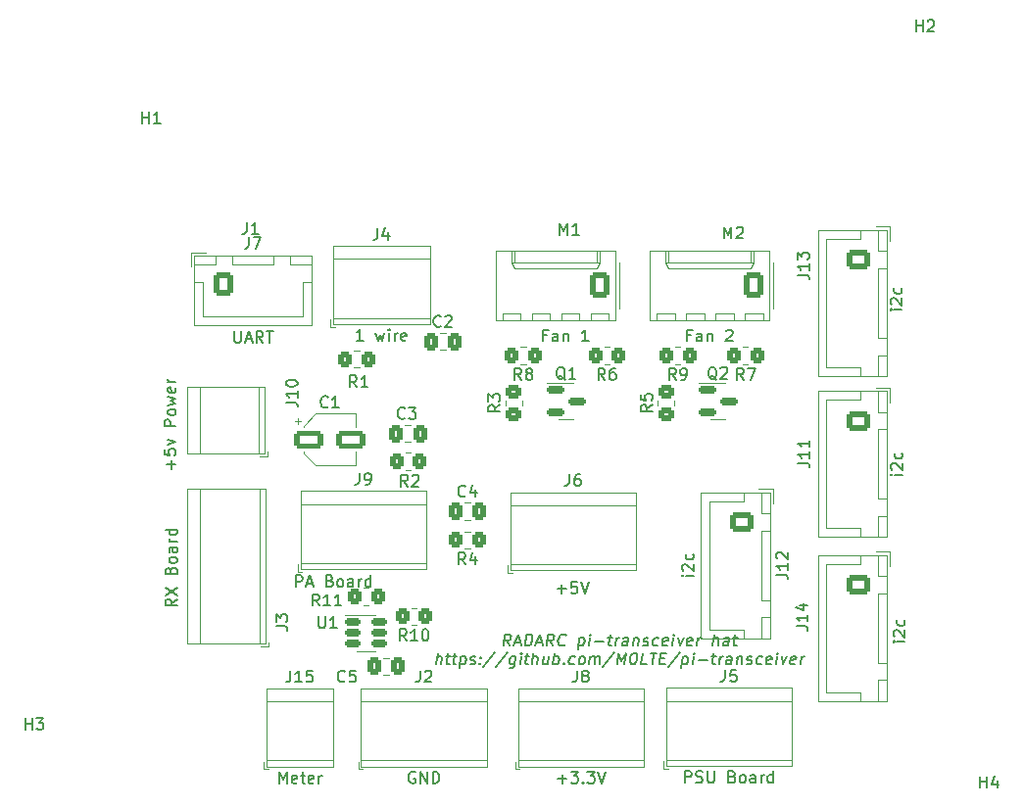
<source format=gto>
%TF.GenerationSoftware,KiCad,Pcbnew,(6.0.1)*%
%TF.CreationDate,2022-03-16T15:45:56+00:00*%
%TF.ProjectId,pi_transceiver_hat,70695f74-7261-46e7-9363-65697665725f,1*%
%TF.SameCoordinates,Original*%
%TF.FileFunction,Legend,Top*%
%TF.FilePolarity,Positive*%
%FSLAX46Y46*%
G04 Gerber Fmt 4.6, Leading zero omitted, Abs format (unit mm)*
G04 Created by KiCad (PCBNEW (6.0.1)) date 2022-03-16 15:45:56*
%MOMM*%
%LPD*%
G01*
G04 APERTURE LIST*
G04 Aperture macros list*
%AMRoundRect*
0 Rectangle with rounded corners*
0 $1 Rounding radius*
0 $2 $3 $4 $5 $6 $7 $8 $9 X,Y pos of 4 corners*
0 Add a 4 corners polygon primitive as box body*
4,1,4,$2,$3,$4,$5,$6,$7,$8,$9,$2,$3,0*
0 Add four circle primitives for the rounded corners*
1,1,$1+$1,$2,$3*
1,1,$1+$1,$4,$5*
1,1,$1+$1,$6,$7*
1,1,$1+$1,$8,$9*
0 Add four rect primitives between the rounded corners*
20,1,$1+$1,$2,$3,$4,$5,0*
20,1,$1+$1,$4,$5,$6,$7,0*
20,1,$1+$1,$6,$7,$8,$9,0*
20,1,$1+$1,$8,$9,$2,$3,0*%
G04 Aperture macros list end*
%ADD10C,0.150000*%
%ADD11C,0.120000*%
%ADD12C,2.700000*%
%ADD13RoundRect,0.250000X0.350000X0.450000X-0.350000X0.450000X-0.350000X-0.450000X0.350000X-0.450000X0*%
%ADD14RoundRect,0.250000X-0.337500X-0.475000X0.337500X-0.475000X0.337500X0.475000X-0.337500X0.475000X0*%
%ADD15RoundRect,0.250000X-0.725000X0.600000X-0.725000X-0.600000X0.725000X-0.600000X0.725000X0.600000X0*%
%ADD16O,1.950000X1.700000*%
%ADD17R,2.100000X2.100000*%
%ADD18C,2.100000*%
%ADD19RoundRect,0.150000X-0.587500X-0.150000X0.587500X-0.150000X0.587500X0.150000X-0.587500X0.150000X0*%
%ADD20RoundRect,0.250000X-1.050000X-0.550000X1.050000X-0.550000X1.050000X0.550000X-1.050000X0.550000X0*%
%ADD21RoundRect,0.250000X0.620000X0.845000X-0.620000X0.845000X-0.620000X-0.845000X0.620000X-0.845000X0*%
%ADD22O,1.740000X2.190000*%
%ADD23RoundRect,0.250000X0.337500X0.475000X-0.337500X0.475000X-0.337500X-0.475000X0.337500X-0.475000X0*%
%ADD24RoundRect,0.250000X-0.600000X-0.725000X0.600000X-0.725000X0.600000X0.725000X-0.600000X0.725000X0*%
%ADD25O,1.700000X1.950000*%
%ADD26RoundRect,0.250000X0.450000X-0.350000X0.450000X0.350000X-0.450000X0.350000X-0.450000X-0.350000X0*%
%ADD27RoundRect,0.150000X-0.512500X-0.150000X0.512500X-0.150000X0.512500X0.150000X-0.512500X0.150000X0*%
%ADD28RoundRect,0.250000X-0.350000X-0.450000X0.350000X-0.450000X0.350000X0.450000X-0.350000X0.450000X0*%
%ADD29R,1.700000X1.700000*%
%ADD30O,1.700000X1.700000*%
G04 APERTURE END LIST*
D10*
X134901155Y-114302980D02*
X134627346Y-113826790D01*
X134329727Y-114302980D02*
X134454727Y-113302980D01*
X134835679Y-113302980D01*
X134924965Y-113350600D01*
X134966632Y-113398219D01*
X135002346Y-113493457D01*
X134984489Y-113636314D01*
X134924965Y-113731552D01*
X134871394Y-113779171D01*
X134770203Y-113826790D01*
X134389251Y-113826790D01*
X135317822Y-114017266D02*
X135794013Y-114017266D01*
X135186870Y-114302980D02*
X135645203Y-113302980D01*
X135853536Y-114302980D01*
X136186870Y-114302980D02*
X136311870Y-113302980D01*
X136549965Y-113302980D01*
X136686870Y-113350600D01*
X136770203Y-113445838D01*
X136805917Y-113541076D01*
X136829727Y-113731552D01*
X136811870Y-113874409D01*
X136740441Y-114064885D01*
X136680917Y-114160123D01*
X136573775Y-114255361D01*
X136424965Y-114302980D01*
X136186870Y-114302980D01*
X137174965Y-114017266D02*
X137651155Y-114017266D01*
X137044013Y-114302980D02*
X137502346Y-113302980D01*
X137710679Y-114302980D01*
X138615441Y-114302980D02*
X138341632Y-113826790D01*
X138044013Y-114302980D02*
X138169013Y-113302980D01*
X138549965Y-113302980D01*
X138639251Y-113350600D01*
X138680917Y-113398219D01*
X138716632Y-113493457D01*
X138698775Y-113636314D01*
X138639251Y-113731552D01*
X138585679Y-113779171D01*
X138484489Y-113826790D01*
X138103536Y-113826790D01*
X139627346Y-114207742D02*
X139573775Y-114255361D01*
X139424965Y-114302980D01*
X139329727Y-114302980D01*
X139192822Y-114255361D01*
X139109489Y-114160123D01*
X139073775Y-114064885D01*
X139049965Y-113874409D01*
X139067822Y-113731552D01*
X139139251Y-113541076D01*
X139198775Y-113445838D01*
X139305917Y-113350600D01*
X139454727Y-113302980D01*
X139549965Y-113302980D01*
X139686870Y-113350600D01*
X139728536Y-113398219D01*
X140889251Y-113636314D02*
X140764251Y-114636314D01*
X140883298Y-113683933D02*
X140984489Y-113636314D01*
X141174965Y-113636314D01*
X141264251Y-113683933D01*
X141305917Y-113731552D01*
X141341632Y-113826790D01*
X141305917Y-114112504D01*
X141246394Y-114207742D01*
X141192822Y-114255361D01*
X141091632Y-114302980D01*
X140901155Y-114302980D01*
X140811870Y-114255361D01*
X141710679Y-114302980D02*
X141794013Y-113636314D01*
X141835679Y-113302980D02*
X141782108Y-113350600D01*
X141823775Y-113398219D01*
X141877346Y-113350600D01*
X141835679Y-113302980D01*
X141823775Y-113398219D01*
X142234489Y-113922028D02*
X142996394Y-113922028D01*
X143365441Y-113636314D02*
X143746394Y-113636314D01*
X143549965Y-113302980D02*
X143442822Y-114160123D01*
X143478536Y-114255361D01*
X143567822Y-114302980D01*
X143663060Y-114302980D01*
X143996394Y-114302980D02*
X144079727Y-113636314D01*
X144055917Y-113826790D02*
X144115441Y-113731552D01*
X144169013Y-113683933D01*
X144270203Y-113636314D01*
X144365441Y-113636314D01*
X145044013Y-114302980D02*
X145109489Y-113779171D01*
X145073775Y-113683933D01*
X144984489Y-113636314D01*
X144794013Y-113636314D01*
X144692822Y-113683933D01*
X145049965Y-114255361D02*
X144948775Y-114302980D01*
X144710679Y-114302980D01*
X144621394Y-114255361D01*
X144585679Y-114160123D01*
X144597584Y-114064885D01*
X144657108Y-113969647D01*
X144758298Y-113922028D01*
X144996394Y-113922028D01*
X145097584Y-113874409D01*
X145603536Y-113636314D02*
X145520203Y-114302980D01*
X145591632Y-113731552D02*
X145645203Y-113683933D01*
X145746394Y-113636314D01*
X145889251Y-113636314D01*
X145978536Y-113683933D01*
X146014251Y-113779171D01*
X145948775Y-114302980D01*
X146383298Y-114255361D02*
X146472584Y-114302980D01*
X146663060Y-114302980D01*
X146764251Y-114255361D01*
X146823775Y-114160123D01*
X146829727Y-114112504D01*
X146794013Y-114017266D01*
X146704727Y-113969647D01*
X146561870Y-113969647D01*
X146472584Y-113922028D01*
X146436870Y-113826790D01*
X146442822Y-113779171D01*
X146502346Y-113683933D01*
X146603536Y-113636314D01*
X146746394Y-113636314D01*
X146835679Y-113683933D01*
X147669013Y-114255361D02*
X147567822Y-114302980D01*
X147377346Y-114302980D01*
X147288060Y-114255361D01*
X147246394Y-114207742D01*
X147210679Y-114112504D01*
X147246394Y-113826790D01*
X147305917Y-113731552D01*
X147359489Y-113683933D01*
X147460679Y-113636314D01*
X147651155Y-113636314D01*
X147740441Y-113683933D01*
X148478536Y-114255361D02*
X148377346Y-114302980D01*
X148186870Y-114302980D01*
X148097584Y-114255361D01*
X148061870Y-114160123D01*
X148109489Y-113779171D01*
X148169013Y-113683933D01*
X148270203Y-113636314D01*
X148460679Y-113636314D01*
X148549965Y-113683933D01*
X148585679Y-113779171D01*
X148573775Y-113874409D01*
X148085679Y-113969647D01*
X148948775Y-114302980D02*
X149032108Y-113636314D01*
X149073775Y-113302980D02*
X149020203Y-113350600D01*
X149061870Y-113398219D01*
X149115441Y-113350600D01*
X149073775Y-113302980D01*
X149061870Y-113398219D01*
X149413060Y-113636314D02*
X149567822Y-114302980D01*
X149889251Y-113636314D01*
X150573775Y-114255361D02*
X150472584Y-114302980D01*
X150282108Y-114302980D01*
X150192822Y-114255361D01*
X150157108Y-114160123D01*
X150204727Y-113779171D01*
X150264251Y-113683933D01*
X150365441Y-113636314D01*
X150555917Y-113636314D01*
X150645203Y-113683933D01*
X150680917Y-113779171D01*
X150669013Y-113874409D01*
X150180917Y-113969647D01*
X151044013Y-114302980D02*
X151127346Y-113636314D01*
X151103536Y-113826790D02*
X151163060Y-113731552D01*
X151216632Y-113683933D01*
X151317822Y-113636314D01*
X151413060Y-113636314D01*
X152424965Y-114302980D02*
X152549965Y-113302980D01*
X152853536Y-114302980D02*
X152919013Y-113779171D01*
X152883298Y-113683933D01*
X152794013Y-113636314D01*
X152651155Y-113636314D01*
X152549965Y-113683933D01*
X152496394Y-113731552D01*
X153758298Y-114302980D02*
X153823775Y-113779171D01*
X153788060Y-113683933D01*
X153698775Y-113636314D01*
X153508298Y-113636314D01*
X153407108Y-113683933D01*
X153764251Y-114255361D02*
X153663060Y-114302980D01*
X153424965Y-114302980D01*
X153335679Y-114255361D01*
X153299965Y-114160123D01*
X153311870Y-114064885D01*
X153371394Y-113969647D01*
X153472584Y-113922028D01*
X153710679Y-113922028D01*
X153811870Y-113874409D01*
X154174965Y-113636314D02*
X154555917Y-113636314D01*
X154359489Y-113302980D02*
X154252346Y-114160123D01*
X154288060Y-114255361D01*
X154377346Y-114302980D01*
X154472584Y-114302980D01*
X128520203Y-115912980D02*
X128645203Y-114912980D01*
X128948775Y-115912980D02*
X129014251Y-115389171D01*
X128978536Y-115293933D01*
X128889251Y-115246314D01*
X128746394Y-115246314D01*
X128645203Y-115293933D01*
X128591632Y-115341552D01*
X129365441Y-115246314D02*
X129746394Y-115246314D01*
X129549965Y-114912980D02*
X129442822Y-115770123D01*
X129478536Y-115865361D01*
X129567822Y-115912980D01*
X129663060Y-115912980D01*
X129936870Y-115246314D02*
X130317822Y-115246314D01*
X130121394Y-114912980D02*
X130014251Y-115770123D01*
X130049965Y-115865361D01*
X130139251Y-115912980D01*
X130234489Y-115912980D01*
X130651155Y-115246314D02*
X130526155Y-116246314D01*
X130645203Y-115293933D02*
X130746394Y-115246314D01*
X130936870Y-115246314D01*
X131026155Y-115293933D01*
X131067822Y-115341552D01*
X131103536Y-115436790D01*
X131067822Y-115722504D01*
X131008298Y-115817742D01*
X130954727Y-115865361D01*
X130853536Y-115912980D01*
X130663060Y-115912980D01*
X130573775Y-115865361D01*
X131430917Y-115865361D02*
X131520203Y-115912980D01*
X131710679Y-115912980D01*
X131811870Y-115865361D01*
X131871394Y-115770123D01*
X131877346Y-115722504D01*
X131841632Y-115627266D01*
X131752346Y-115579647D01*
X131609489Y-115579647D01*
X131520203Y-115532028D01*
X131484489Y-115436790D01*
X131490441Y-115389171D01*
X131549965Y-115293933D01*
X131651155Y-115246314D01*
X131794013Y-115246314D01*
X131883298Y-115293933D01*
X132294013Y-115817742D02*
X132335679Y-115865361D01*
X132282108Y-115912980D01*
X132240441Y-115865361D01*
X132294013Y-115817742D01*
X132282108Y-115912980D01*
X132359489Y-115293933D02*
X132401155Y-115341552D01*
X132347584Y-115389171D01*
X132305917Y-115341552D01*
X132359489Y-115293933D01*
X132347584Y-115389171D01*
X133603536Y-114865361D02*
X132585679Y-116151076D01*
X134651155Y-114865361D02*
X133633298Y-116151076D01*
X135365441Y-115246314D02*
X135264251Y-116055838D01*
X135204727Y-116151076D01*
X135151155Y-116198695D01*
X135049965Y-116246314D01*
X134907108Y-116246314D01*
X134817822Y-116198695D01*
X135288060Y-115865361D02*
X135186870Y-115912980D01*
X134996394Y-115912980D01*
X134907108Y-115865361D01*
X134865441Y-115817742D01*
X134829727Y-115722504D01*
X134865441Y-115436790D01*
X134924965Y-115341552D01*
X134978536Y-115293933D01*
X135079727Y-115246314D01*
X135270203Y-115246314D01*
X135359489Y-115293933D01*
X135758298Y-115912980D02*
X135841632Y-115246314D01*
X135883298Y-114912980D02*
X135829727Y-114960600D01*
X135871394Y-115008219D01*
X135924965Y-114960600D01*
X135883298Y-114912980D01*
X135871394Y-115008219D01*
X136174965Y-115246314D02*
X136555917Y-115246314D01*
X136359489Y-114912980D02*
X136252346Y-115770123D01*
X136288060Y-115865361D01*
X136377346Y-115912980D01*
X136472584Y-115912980D01*
X136805917Y-115912980D02*
X136930917Y-114912980D01*
X137234489Y-115912980D02*
X137299965Y-115389171D01*
X137264251Y-115293933D01*
X137174965Y-115246314D01*
X137032108Y-115246314D01*
X136930917Y-115293933D01*
X136877346Y-115341552D01*
X138222584Y-115246314D02*
X138139251Y-115912980D01*
X137794013Y-115246314D02*
X137728536Y-115770123D01*
X137764251Y-115865361D01*
X137853536Y-115912980D01*
X137996394Y-115912980D01*
X138097584Y-115865361D01*
X138151155Y-115817742D01*
X138615441Y-115912980D02*
X138740441Y-114912980D01*
X138692822Y-115293933D02*
X138794013Y-115246314D01*
X138984489Y-115246314D01*
X139073775Y-115293933D01*
X139115441Y-115341552D01*
X139151155Y-115436790D01*
X139115441Y-115722504D01*
X139055917Y-115817742D01*
X139002346Y-115865361D01*
X138901155Y-115912980D01*
X138710679Y-115912980D01*
X138621394Y-115865361D01*
X139532108Y-115817742D02*
X139573775Y-115865361D01*
X139520203Y-115912980D01*
X139478536Y-115865361D01*
X139532108Y-115817742D01*
X139520203Y-115912980D01*
X140430917Y-115865361D02*
X140329727Y-115912980D01*
X140139251Y-115912980D01*
X140049965Y-115865361D01*
X140008298Y-115817742D01*
X139972584Y-115722504D01*
X140008298Y-115436790D01*
X140067822Y-115341552D01*
X140121394Y-115293933D01*
X140222584Y-115246314D01*
X140413060Y-115246314D01*
X140502346Y-115293933D01*
X140996394Y-115912980D02*
X140907108Y-115865361D01*
X140865441Y-115817742D01*
X140829727Y-115722504D01*
X140865441Y-115436790D01*
X140924965Y-115341552D01*
X140978536Y-115293933D01*
X141079727Y-115246314D01*
X141222584Y-115246314D01*
X141311870Y-115293933D01*
X141353536Y-115341552D01*
X141389251Y-115436790D01*
X141353536Y-115722504D01*
X141294013Y-115817742D01*
X141240441Y-115865361D01*
X141139251Y-115912980D01*
X140996394Y-115912980D01*
X141758298Y-115912980D02*
X141841632Y-115246314D01*
X141829727Y-115341552D02*
X141883298Y-115293933D01*
X141984489Y-115246314D01*
X142127346Y-115246314D01*
X142216632Y-115293933D01*
X142252346Y-115389171D01*
X142186870Y-115912980D01*
X142252346Y-115389171D02*
X142311870Y-115293933D01*
X142413060Y-115246314D01*
X142555917Y-115246314D01*
X142645203Y-115293933D01*
X142680917Y-115389171D01*
X142615441Y-115912980D01*
X143936870Y-114865361D02*
X142919013Y-116151076D01*
X144139251Y-115912980D02*
X144264251Y-114912980D01*
X144508298Y-115627266D01*
X144930917Y-114912980D01*
X144805917Y-115912980D01*
X145597584Y-114912980D02*
X145692822Y-114912980D01*
X145782108Y-114960600D01*
X145823775Y-115008219D01*
X145859489Y-115103457D01*
X145883298Y-115293933D01*
X145853536Y-115532028D01*
X145782108Y-115722504D01*
X145722584Y-115817742D01*
X145669013Y-115865361D01*
X145567822Y-115912980D01*
X145472584Y-115912980D01*
X145383298Y-115865361D01*
X145341632Y-115817742D01*
X145305917Y-115722504D01*
X145282108Y-115532028D01*
X145311870Y-115293933D01*
X145383298Y-115103457D01*
X145442822Y-115008219D01*
X145496394Y-114960600D01*
X145597584Y-114912980D01*
X146710679Y-115912980D02*
X146234489Y-115912980D01*
X146359489Y-114912980D01*
X147026155Y-114912980D02*
X147597584Y-114912980D01*
X147186870Y-115912980D02*
X147311870Y-114912980D01*
X147871394Y-115389171D02*
X148204727Y-115389171D01*
X148282108Y-115912980D02*
X147805917Y-115912980D01*
X147930917Y-114912980D01*
X148407108Y-114912980D01*
X149555917Y-114865361D02*
X148538060Y-116151076D01*
X149841632Y-115246314D02*
X149716632Y-116246314D01*
X149835679Y-115293933D02*
X149936870Y-115246314D01*
X150127346Y-115246314D01*
X150216632Y-115293933D01*
X150258298Y-115341552D01*
X150294013Y-115436790D01*
X150258298Y-115722504D01*
X150198775Y-115817742D01*
X150145203Y-115865361D01*
X150044013Y-115912980D01*
X149853536Y-115912980D01*
X149764251Y-115865361D01*
X150663060Y-115912980D02*
X150746394Y-115246314D01*
X150788060Y-114912980D02*
X150734489Y-114960600D01*
X150776155Y-115008219D01*
X150829727Y-114960600D01*
X150788060Y-114912980D01*
X150776155Y-115008219D01*
X151186870Y-115532028D02*
X151948775Y-115532028D01*
X152317822Y-115246314D02*
X152698775Y-115246314D01*
X152502346Y-114912980D02*
X152395203Y-115770123D01*
X152430917Y-115865361D01*
X152520203Y-115912980D01*
X152615441Y-115912980D01*
X152948775Y-115912980D02*
X153032108Y-115246314D01*
X153008298Y-115436790D02*
X153067822Y-115341552D01*
X153121394Y-115293933D01*
X153222584Y-115246314D01*
X153317822Y-115246314D01*
X153996394Y-115912980D02*
X154061870Y-115389171D01*
X154026155Y-115293933D01*
X153936870Y-115246314D01*
X153746394Y-115246314D01*
X153645203Y-115293933D01*
X154002346Y-115865361D02*
X153901155Y-115912980D01*
X153663060Y-115912980D01*
X153573775Y-115865361D01*
X153538060Y-115770123D01*
X153549965Y-115674885D01*
X153609489Y-115579647D01*
X153710679Y-115532028D01*
X153948775Y-115532028D01*
X154049965Y-115484409D01*
X154555917Y-115246314D02*
X154472584Y-115912980D01*
X154544013Y-115341552D02*
X154597584Y-115293933D01*
X154698775Y-115246314D01*
X154841632Y-115246314D01*
X154930917Y-115293933D01*
X154966632Y-115389171D01*
X154901155Y-115912980D01*
X155335679Y-115865361D02*
X155424965Y-115912980D01*
X155615441Y-115912980D01*
X155716632Y-115865361D01*
X155776155Y-115770123D01*
X155782108Y-115722504D01*
X155746394Y-115627266D01*
X155657108Y-115579647D01*
X155514251Y-115579647D01*
X155424965Y-115532028D01*
X155389251Y-115436790D01*
X155395203Y-115389171D01*
X155454727Y-115293933D01*
X155555917Y-115246314D01*
X155698775Y-115246314D01*
X155788060Y-115293933D01*
X156621394Y-115865361D02*
X156520203Y-115912980D01*
X156329727Y-115912980D01*
X156240441Y-115865361D01*
X156198775Y-115817742D01*
X156163060Y-115722504D01*
X156198775Y-115436790D01*
X156258298Y-115341552D01*
X156311870Y-115293933D01*
X156413060Y-115246314D01*
X156603536Y-115246314D01*
X156692822Y-115293933D01*
X157430917Y-115865361D02*
X157329727Y-115912980D01*
X157139251Y-115912980D01*
X157049965Y-115865361D01*
X157014251Y-115770123D01*
X157061870Y-115389171D01*
X157121394Y-115293933D01*
X157222584Y-115246314D01*
X157413060Y-115246314D01*
X157502346Y-115293933D01*
X157538060Y-115389171D01*
X157526155Y-115484409D01*
X157038060Y-115579647D01*
X157901155Y-115912980D02*
X157984489Y-115246314D01*
X158026155Y-114912980D02*
X157972584Y-114960600D01*
X158014251Y-115008219D01*
X158067822Y-114960600D01*
X158026155Y-114912980D01*
X158014251Y-115008219D01*
X158365441Y-115246314D02*
X158520203Y-115912980D01*
X158841632Y-115246314D01*
X159526155Y-115865361D02*
X159424965Y-115912980D01*
X159234489Y-115912980D01*
X159145203Y-115865361D01*
X159109489Y-115770123D01*
X159157108Y-115389171D01*
X159216632Y-115293933D01*
X159317822Y-115246314D01*
X159508298Y-115246314D01*
X159597584Y-115293933D01*
X159633298Y-115389171D01*
X159621394Y-115484409D01*
X159133298Y-115579647D01*
X159996394Y-115912980D02*
X160079727Y-115246314D01*
X160055917Y-115436790D02*
X160115441Y-115341552D01*
X160169013Y-115293933D01*
X160270203Y-115246314D01*
X160365441Y-115246314D01*
X169976895Y-61209180D02*
X169976895Y-60209180D01*
X169976895Y-60685371D02*
X170548323Y-60685371D01*
X170548323Y-61209180D02*
X170548323Y-60209180D01*
X170976895Y-60304419D02*
X171024514Y-60256800D01*
X171119752Y-60209180D01*
X171357847Y-60209180D01*
X171453085Y-60256800D01*
X171500704Y-60304419D01*
X171548323Y-60399657D01*
X171548323Y-60494895D01*
X171500704Y-60637752D01*
X170929276Y-61209180D01*
X171548323Y-61209180D01*
X175514095Y-126588780D02*
X175514095Y-125588780D01*
X175514095Y-126064971D02*
X176085523Y-126064971D01*
X176085523Y-126588780D02*
X176085523Y-125588780D01*
X176990285Y-125922114D02*
X176990285Y-126588780D01*
X176752190Y-125541161D02*
X176514095Y-126255447D01*
X177133142Y-126255447D01*
X93014895Y-121559580D02*
X93014895Y-120559580D01*
X93014895Y-121035771D02*
X93586323Y-121035771D01*
X93586323Y-121559580D02*
X93586323Y-120559580D01*
X93967276Y-120559580D02*
X94586323Y-120559580D01*
X94252990Y-120940533D01*
X94395847Y-120940533D01*
X94491085Y-120988152D01*
X94538704Y-121035771D01*
X94586323Y-121131009D01*
X94586323Y-121369104D01*
X94538704Y-121464342D01*
X94491085Y-121511961D01*
X94395847Y-121559580D01*
X94110133Y-121559580D01*
X94014895Y-121511961D01*
X93967276Y-121464342D01*
X103124095Y-69133980D02*
X103124095Y-68133980D01*
X103124095Y-68610171D02*
X103695523Y-68610171D01*
X103695523Y-69133980D02*
X103695523Y-68133980D01*
X104695523Y-69133980D02*
X104124095Y-69133980D01*
X104409809Y-69133980D02*
X104409809Y-68133980D01*
X104314571Y-68276838D01*
X104219333Y-68372076D01*
X104124095Y-68419695D01*
X131049733Y-107258380D02*
X130716400Y-106782190D01*
X130478304Y-107258380D02*
X130478304Y-106258380D01*
X130859257Y-106258380D01*
X130954495Y-106306000D01*
X131002114Y-106353619D01*
X131049733Y-106448857D01*
X131049733Y-106591714D01*
X131002114Y-106686952D01*
X130954495Y-106734571D01*
X130859257Y-106782190D01*
X130478304Y-106782190D01*
X131906876Y-106591714D02*
X131906876Y-107258380D01*
X131668780Y-106210761D02*
X131430685Y-106925047D01*
X132049733Y-106925047D01*
X128916133Y-86662742D02*
X128868514Y-86710361D01*
X128725657Y-86757980D01*
X128630419Y-86757980D01*
X128487561Y-86710361D01*
X128392323Y-86615123D01*
X128344704Y-86519885D01*
X128297085Y-86329409D01*
X128297085Y-86186552D01*
X128344704Y-85996076D01*
X128392323Y-85900838D01*
X128487561Y-85805600D01*
X128630419Y-85757980D01*
X128725657Y-85757980D01*
X128868514Y-85805600D01*
X128916133Y-85853219D01*
X129297085Y-85853219D02*
X129344704Y-85805600D01*
X129439942Y-85757980D01*
X129678038Y-85757980D01*
X129773276Y-85805600D01*
X129820895Y-85853219D01*
X129868514Y-85948457D01*
X129868514Y-86043695D01*
X129820895Y-86186552D01*
X129249466Y-86757980D01*
X129868514Y-86757980D01*
X157908580Y-108149923D02*
X158622866Y-108149923D01*
X158765723Y-108197542D01*
X158860961Y-108292780D01*
X158908580Y-108435638D01*
X158908580Y-108530876D01*
X158908580Y-107149923D02*
X158908580Y-107721352D01*
X158908580Y-107435638D02*
X157908580Y-107435638D01*
X158051438Y-107530876D01*
X158146676Y-107626114D01*
X158194295Y-107721352D01*
X158003819Y-106768971D02*
X157956200Y-106721352D01*
X157908580Y-106626114D01*
X157908580Y-106388019D01*
X157956200Y-106292780D01*
X158003819Y-106245161D01*
X158099057Y-106197542D01*
X158194295Y-106197542D01*
X158337152Y-106245161D01*
X158908580Y-106816590D01*
X158908580Y-106197542D01*
X150758580Y-108245161D02*
X150091914Y-108245161D01*
X149758580Y-108245161D02*
X149806200Y-108292780D01*
X149853819Y-108245161D01*
X149806200Y-108197542D01*
X149758580Y-108245161D01*
X149853819Y-108245161D01*
X149853819Y-107816590D02*
X149806200Y-107768971D01*
X149758580Y-107673733D01*
X149758580Y-107435638D01*
X149806200Y-107340400D01*
X149853819Y-107292780D01*
X149949057Y-107245161D01*
X150044295Y-107245161D01*
X150187152Y-107292780D01*
X150758580Y-107864209D01*
X150758580Y-107245161D01*
X150710961Y-106388019D02*
X150758580Y-106483257D01*
X150758580Y-106673733D01*
X150710961Y-106768971D01*
X150663342Y-106816590D01*
X150568104Y-106864209D01*
X150282390Y-106864209D01*
X150187152Y-106816590D01*
X150139533Y-106768971D01*
X150091914Y-106673733D01*
X150091914Y-106483257D01*
X150139533Y-106388019D01*
X153484066Y-116392780D02*
X153484066Y-117107066D01*
X153436447Y-117249923D01*
X153341209Y-117345161D01*
X153198352Y-117392780D01*
X153103114Y-117392780D01*
X154436447Y-116392780D02*
X153960257Y-116392780D01*
X153912638Y-116868971D01*
X153960257Y-116821352D01*
X154055495Y-116773733D01*
X154293590Y-116773733D01*
X154388828Y-116821352D01*
X154436447Y-116868971D01*
X154484066Y-116964209D01*
X154484066Y-117202304D01*
X154436447Y-117297542D01*
X154388828Y-117345161D01*
X154293590Y-117392780D01*
X154055495Y-117392780D01*
X153960257Y-117345161D01*
X153912638Y-117297542D01*
X150007876Y-126132780D02*
X150007876Y-125132780D01*
X150388828Y-125132780D01*
X150484066Y-125180400D01*
X150531685Y-125228019D01*
X150579304Y-125323257D01*
X150579304Y-125466114D01*
X150531685Y-125561352D01*
X150484066Y-125608971D01*
X150388828Y-125656590D01*
X150007876Y-125656590D01*
X150960257Y-126085161D02*
X151103114Y-126132780D01*
X151341209Y-126132780D01*
X151436447Y-126085161D01*
X151484066Y-126037542D01*
X151531685Y-125942304D01*
X151531685Y-125847066D01*
X151484066Y-125751828D01*
X151436447Y-125704209D01*
X151341209Y-125656590D01*
X151150733Y-125608971D01*
X151055495Y-125561352D01*
X151007876Y-125513733D01*
X150960257Y-125418495D01*
X150960257Y-125323257D01*
X151007876Y-125228019D01*
X151055495Y-125180400D01*
X151150733Y-125132780D01*
X151388828Y-125132780D01*
X151531685Y-125180400D01*
X151960257Y-125132780D02*
X151960257Y-125942304D01*
X152007876Y-126037542D01*
X152055495Y-126085161D01*
X152150733Y-126132780D01*
X152341209Y-126132780D01*
X152436447Y-126085161D01*
X152484066Y-126037542D01*
X152531685Y-125942304D01*
X152531685Y-125132780D01*
X154103114Y-125608971D02*
X154245971Y-125656590D01*
X154293590Y-125704209D01*
X154341209Y-125799447D01*
X154341209Y-125942304D01*
X154293590Y-126037542D01*
X154245971Y-126085161D01*
X154150733Y-126132780D01*
X153769780Y-126132780D01*
X153769780Y-125132780D01*
X154103114Y-125132780D01*
X154198352Y-125180400D01*
X154245971Y-125228019D01*
X154293590Y-125323257D01*
X154293590Y-125418495D01*
X154245971Y-125513733D01*
X154198352Y-125561352D01*
X154103114Y-125608971D01*
X153769780Y-125608971D01*
X154912638Y-126132780D02*
X154817400Y-126085161D01*
X154769780Y-126037542D01*
X154722161Y-125942304D01*
X154722161Y-125656590D01*
X154769780Y-125561352D01*
X154817400Y-125513733D01*
X154912638Y-125466114D01*
X155055495Y-125466114D01*
X155150733Y-125513733D01*
X155198352Y-125561352D01*
X155245971Y-125656590D01*
X155245971Y-125942304D01*
X155198352Y-126037542D01*
X155150733Y-126085161D01*
X155055495Y-126132780D01*
X154912638Y-126132780D01*
X156103114Y-126132780D02*
X156103114Y-125608971D01*
X156055495Y-125513733D01*
X155960257Y-125466114D01*
X155769780Y-125466114D01*
X155674542Y-125513733D01*
X156103114Y-126085161D02*
X156007876Y-126132780D01*
X155769780Y-126132780D01*
X155674542Y-126085161D01*
X155626923Y-125989923D01*
X155626923Y-125894685D01*
X155674542Y-125799447D01*
X155769780Y-125751828D01*
X156007876Y-125751828D01*
X156103114Y-125704209D01*
X156579304Y-126132780D02*
X156579304Y-125466114D01*
X156579304Y-125656590D02*
X156626923Y-125561352D01*
X156674542Y-125513733D01*
X156769780Y-125466114D01*
X156865019Y-125466114D01*
X157626923Y-126132780D02*
X157626923Y-125132780D01*
X157626923Y-126085161D02*
X157531685Y-126132780D01*
X157341209Y-126132780D01*
X157245971Y-126085161D01*
X157198352Y-126037542D01*
X157150733Y-125942304D01*
X157150733Y-125656590D01*
X157198352Y-125561352D01*
X157245971Y-125513733D01*
X157341209Y-125466114D01*
X157531685Y-125466114D01*
X157626923Y-125513733D01*
X139655561Y-91314819D02*
X139560323Y-91267200D01*
X139465085Y-91171961D01*
X139322228Y-91029104D01*
X139226990Y-90981485D01*
X139131752Y-90981485D01*
X139179371Y-91219580D02*
X139084133Y-91171961D01*
X138988895Y-91076723D01*
X138941276Y-90886247D01*
X138941276Y-90552914D01*
X138988895Y-90362438D01*
X139084133Y-90267200D01*
X139179371Y-90219580D01*
X139369847Y-90219580D01*
X139465085Y-90267200D01*
X139560323Y-90362438D01*
X139607942Y-90552914D01*
X139607942Y-90886247D01*
X139560323Y-91076723D01*
X139465085Y-91171961D01*
X139369847Y-91219580D01*
X139179371Y-91219580D01*
X140560323Y-91219580D02*
X139988895Y-91219580D01*
X140274609Y-91219580D02*
X140274609Y-90219580D01*
X140179371Y-90362438D01*
X140084133Y-90457676D01*
X139988895Y-90505295D01*
X149236133Y-91307180D02*
X148902800Y-90830990D01*
X148664704Y-91307180D02*
X148664704Y-90307180D01*
X149045657Y-90307180D01*
X149140895Y-90354800D01*
X149188514Y-90402419D01*
X149236133Y-90497657D01*
X149236133Y-90640514D01*
X149188514Y-90735752D01*
X149140895Y-90783371D01*
X149045657Y-90830990D01*
X148664704Y-90830990D01*
X149712323Y-91307180D02*
X149902800Y-91307180D01*
X149998038Y-91259561D01*
X150045657Y-91211942D01*
X150140895Y-91069085D01*
X150188514Y-90878609D01*
X150188514Y-90497657D01*
X150140895Y-90402419D01*
X150093276Y-90354800D01*
X149998038Y-90307180D01*
X149807561Y-90307180D01*
X149712323Y-90354800D01*
X149664704Y-90402419D01*
X149617085Y-90497657D01*
X149617085Y-90735752D01*
X149664704Y-90830990D01*
X149712323Y-90878609D01*
X149807561Y-90926228D01*
X149998038Y-90926228D01*
X150093276Y-90878609D01*
X150140895Y-90830990D01*
X150188514Y-90735752D01*
X121886466Y-99374780D02*
X121886466Y-100089066D01*
X121838847Y-100231923D01*
X121743609Y-100327161D01*
X121600752Y-100374780D01*
X121505514Y-100374780D01*
X122410276Y-100374780D02*
X122600752Y-100374780D01*
X122695990Y-100327161D01*
X122743609Y-100279542D01*
X122838847Y-100136685D01*
X122886466Y-99946209D01*
X122886466Y-99565257D01*
X122838847Y-99470019D01*
X122791228Y-99422400D01*
X122695990Y-99374780D01*
X122505514Y-99374780D01*
X122410276Y-99422400D01*
X122362657Y-99470019D01*
X122315038Y-99565257D01*
X122315038Y-99803352D01*
X122362657Y-99898590D01*
X122410276Y-99946209D01*
X122505514Y-99993828D01*
X122695990Y-99993828D01*
X122791228Y-99946209D01*
X122838847Y-99898590D01*
X122886466Y-99803352D01*
X116395904Y-109215180D02*
X116395904Y-108215180D01*
X116776857Y-108215180D01*
X116872095Y-108262800D01*
X116919714Y-108310419D01*
X116967333Y-108405657D01*
X116967333Y-108548514D01*
X116919714Y-108643752D01*
X116872095Y-108691371D01*
X116776857Y-108738990D01*
X116395904Y-108738990D01*
X117348285Y-108929466D02*
X117824476Y-108929466D01*
X117253047Y-109215180D02*
X117586380Y-108215180D01*
X117919714Y-109215180D01*
X119348285Y-108691371D02*
X119491142Y-108738990D01*
X119538761Y-108786609D01*
X119586380Y-108881847D01*
X119586380Y-109024704D01*
X119538761Y-109119942D01*
X119491142Y-109167561D01*
X119395904Y-109215180D01*
X119014952Y-109215180D01*
X119014952Y-108215180D01*
X119348285Y-108215180D01*
X119443523Y-108262800D01*
X119491142Y-108310419D01*
X119538761Y-108405657D01*
X119538761Y-108500895D01*
X119491142Y-108596133D01*
X119443523Y-108643752D01*
X119348285Y-108691371D01*
X119014952Y-108691371D01*
X120157809Y-109215180D02*
X120062571Y-109167561D01*
X120014952Y-109119942D01*
X119967333Y-109024704D01*
X119967333Y-108738990D01*
X120014952Y-108643752D01*
X120062571Y-108596133D01*
X120157809Y-108548514D01*
X120300666Y-108548514D01*
X120395904Y-108596133D01*
X120443523Y-108643752D01*
X120491142Y-108738990D01*
X120491142Y-109024704D01*
X120443523Y-109119942D01*
X120395904Y-109167561D01*
X120300666Y-109215180D01*
X120157809Y-109215180D01*
X121348285Y-109215180D02*
X121348285Y-108691371D01*
X121300666Y-108596133D01*
X121205428Y-108548514D01*
X121014952Y-108548514D01*
X120919714Y-108596133D01*
X121348285Y-109167561D02*
X121253047Y-109215180D01*
X121014952Y-109215180D01*
X120919714Y-109167561D01*
X120872095Y-109072323D01*
X120872095Y-108977085D01*
X120919714Y-108881847D01*
X121014952Y-108834228D01*
X121253047Y-108834228D01*
X121348285Y-108786609D01*
X121824476Y-109215180D02*
X121824476Y-108548514D01*
X121824476Y-108738990D02*
X121872095Y-108643752D01*
X121919714Y-108596133D01*
X122014952Y-108548514D01*
X122110190Y-108548514D01*
X122872095Y-109215180D02*
X122872095Y-108215180D01*
X122872095Y-109167561D02*
X122776857Y-109215180D01*
X122586380Y-109215180D01*
X122491142Y-109167561D01*
X122443523Y-109119942D01*
X122395904Y-109024704D01*
X122395904Y-108738990D01*
X122443523Y-108643752D01*
X122491142Y-108596133D01*
X122586380Y-108548514D01*
X122776857Y-108548514D01*
X122872095Y-108596133D01*
X135875733Y-91307180D02*
X135542400Y-90830990D01*
X135304304Y-91307180D02*
X135304304Y-90307180D01*
X135685257Y-90307180D01*
X135780495Y-90354800D01*
X135828114Y-90402419D01*
X135875733Y-90497657D01*
X135875733Y-90640514D01*
X135828114Y-90735752D01*
X135780495Y-90783371D01*
X135685257Y-90830990D01*
X135304304Y-90830990D01*
X136447161Y-90735752D02*
X136351923Y-90688133D01*
X136304304Y-90640514D01*
X136256685Y-90545276D01*
X136256685Y-90497657D01*
X136304304Y-90402419D01*
X136351923Y-90354800D01*
X136447161Y-90307180D01*
X136637638Y-90307180D01*
X136732876Y-90354800D01*
X136780495Y-90402419D01*
X136828114Y-90497657D01*
X136828114Y-90545276D01*
X136780495Y-90640514D01*
X136732876Y-90688133D01*
X136637638Y-90735752D01*
X136447161Y-90735752D01*
X136351923Y-90783371D01*
X136304304Y-90830990D01*
X136256685Y-90926228D01*
X136256685Y-91116704D01*
X136304304Y-91211942D01*
X136351923Y-91259561D01*
X136447161Y-91307180D01*
X136637638Y-91307180D01*
X136732876Y-91259561D01*
X136780495Y-91211942D01*
X136828114Y-91116704D01*
X136828114Y-90926228D01*
X136780495Y-90830990D01*
X136732876Y-90783371D01*
X136637638Y-90735752D01*
X127118866Y-116443580D02*
X127118866Y-117157866D01*
X127071247Y-117300723D01*
X126976009Y-117395961D01*
X126833152Y-117443580D01*
X126737914Y-117443580D01*
X127547438Y-116538819D02*
X127595057Y-116491200D01*
X127690295Y-116443580D01*
X127928390Y-116443580D01*
X128023628Y-116491200D01*
X128071247Y-116538819D01*
X128118866Y-116634057D01*
X128118866Y-116729295D01*
X128071247Y-116872152D01*
X127499819Y-117443580D01*
X128118866Y-117443580D01*
X126690295Y-125231200D02*
X126595057Y-125183580D01*
X126452200Y-125183580D01*
X126309342Y-125231200D01*
X126214104Y-125326438D01*
X126166485Y-125421676D01*
X126118866Y-125612152D01*
X126118866Y-125755009D01*
X126166485Y-125945485D01*
X126214104Y-126040723D01*
X126309342Y-126135961D01*
X126452200Y-126183580D01*
X126547438Y-126183580D01*
X126690295Y-126135961D01*
X126737914Y-126088342D01*
X126737914Y-125755009D01*
X126547438Y-125755009D01*
X127166485Y-126183580D02*
X127166485Y-125183580D01*
X127737914Y-126183580D01*
X127737914Y-125183580D01*
X128214104Y-126183580D02*
X128214104Y-125183580D01*
X128452200Y-125183580D01*
X128595057Y-125231200D01*
X128690295Y-125326438D01*
X128737914Y-125421676D01*
X128785533Y-125612152D01*
X128785533Y-125755009D01*
X128737914Y-125945485D01*
X128690295Y-126040723D01*
X128595057Y-126135961D01*
X128452200Y-126183580D01*
X128214104Y-126183580D01*
X143105333Y-91307180D02*
X142772000Y-90830990D01*
X142533904Y-91307180D02*
X142533904Y-90307180D01*
X142914857Y-90307180D01*
X143010095Y-90354800D01*
X143057714Y-90402419D01*
X143105333Y-90497657D01*
X143105333Y-90640514D01*
X143057714Y-90735752D01*
X143010095Y-90783371D01*
X142914857Y-90830990D01*
X142533904Y-90830990D01*
X143962476Y-90307180D02*
X143772000Y-90307180D01*
X143676761Y-90354800D01*
X143629142Y-90402419D01*
X143533904Y-90545276D01*
X143486285Y-90735752D01*
X143486285Y-91116704D01*
X143533904Y-91211942D01*
X143581523Y-91259561D01*
X143676761Y-91307180D01*
X143867238Y-91307180D01*
X143962476Y-91259561D01*
X144010095Y-91211942D01*
X144057714Y-91116704D01*
X144057714Y-90878609D01*
X144010095Y-90783371D01*
X143962476Y-90735752D01*
X143867238Y-90688133D01*
X143676761Y-90688133D01*
X143581523Y-90735752D01*
X143533904Y-90783371D01*
X143486285Y-90878609D01*
X125950742Y-113862380D02*
X125617409Y-113386190D01*
X125379314Y-113862380D02*
X125379314Y-112862380D01*
X125760266Y-112862380D01*
X125855504Y-112910000D01*
X125903123Y-112957619D01*
X125950742Y-113052857D01*
X125950742Y-113195714D01*
X125903123Y-113290952D01*
X125855504Y-113338571D01*
X125760266Y-113386190D01*
X125379314Y-113386190D01*
X126903123Y-113862380D02*
X126331695Y-113862380D01*
X126617409Y-113862380D02*
X126617409Y-112862380D01*
X126522171Y-113005238D01*
X126426933Y-113100476D01*
X126331695Y-113148095D01*
X127522171Y-112862380D02*
X127617409Y-112862380D01*
X127712647Y-112910000D01*
X127760266Y-112957619D01*
X127807885Y-113052857D01*
X127855504Y-113243333D01*
X127855504Y-113481428D01*
X127807885Y-113671904D01*
X127760266Y-113767142D01*
X127712647Y-113814761D01*
X127617409Y-113862380D01*
X127522171Y-113862380D01*
X127426933Y-113814761D01*
X127379314Y-113767142D01*
X127331695Y-113671904D01*
X127284076Y-113481428D01*
X127284076Y-113243333D01*
X127331695Y-113052857D01*
X127379314Y-112957619D01*
X127426933Y-112910000D01*
X127522171Y-112862380D01*
X159624780Y-112620323D02*
X160339066Y-112620323D01*
X160481923Y-112667942D01*
X160577161Y-112763180D01*
X160624780Y-112906038D01*
X160624780Y-113001276D01*
X160624780Y-111620323D02*
X160624780Y-112191752D01*
X160624780Y-111906038D02*
X159624780Y-111906038D01*
X159767638Y-112001276D01*
X159862876Y-112096514D01*
X159910495Y-112191752D01*
X159958114Y-110763180D02*
X160624780Y-110763180D01*
X159577161Y-111001276D02*
X160291447Y-111239371D01*
X160291447Y-110620323D01*
X169006780Y-113934761D02*
X168340114Y-113934761D01*
X168006780Y-113934761D02*
X168054400Y-113982380D01*
X168102019Y-113934761D01*
X168054400Y-113887142D01*
X168006780Y-113934761D01*
X168102019Y-113934761D01*
X168102019Y-113506190D02*
X168054400Y-113458571D01*
X168006780Y-113363333D01*
X168006780Y-113125238D01*
X168054400Y-113030000D01*
X168102019Y-112982380D01*
X168197257Y-112934761D01*
X168292495Y-112934761D01*
X168435352Y-112982380D01*
X169006780Y-113553809D01*
X169006780Y-112934761D01*
X168959161Y-112077619D02*
X169006780Y-112172857D01*
X169006780Y-112363333D01*
X168959161Y-112458571D01*
X168911542Y-112506190D01*
X168816304Y-112553809D01*
X168530590Y-112553809D01*
X168435352Y-112506190D01*
X168387733Y-112458571D01*
X168340114Y-112363333D01*
X168340114Y-112172857D01*
X168387733Y-112077619D01*
X119162533Y-93626342D02*
X119114914Y-93673961D01*
X118972057Y-93721580D01*
X118876819Y-93721580D01*
X118733961Y-93673961D01*
X118638723Y-93578723D01*
X118591104Y-93483485D01*
X118543485Y-93293009D01*
X118543485Y-93150152D01*
X118591104Y-92959676D01*
X118638723Y-92864438D01*
X118733961Y-92769200D01*
X118876819Y-92721580D01*
X118972057Y-92721580D01*
X119114914Y-92769200D01*
X119162533Y-92816819D01*
X120114914Y-93721580D02*
X119543485Y-93721580D01*
X119829200Y-93721580D02*
X119829200Y-92721580D01*
X119733961Y-92864438D01*
X119638723Y-92959676D01*
X119543485Y-93007295D01*
X140682466Y-116443580D02*
X140682466Y-117157866D01*
X140634847Y-117300723D01*
X140539609Y-117395961D01*
X140396752Y-117443580D01*
X140301514Y-117443580D01*
X141301514Y-116872152D02*
X141206276Y-116824533D01*
X141158657Y-116776914D01*
X141111038Y-116681676D01*
X141111038Y-116634057D01*
X141158657Y-116538819D01*
X141206276Y-116491200D01*
X141301514Y-116443580D01*
X141491990Y-116443580D01*
X141587228Y-116491200D01*
X141634847Y-116538819D01*
X141682466Y-116634057D01*
X141682466Y-116681676D01*
X141634847Y-116776914D01*
X141587228Y-116824533D01*
X141491990Y-116872152D01*
X141301514Y-116872152D01*
X141206276Y-116919771D01*
X141158657Y-116967390D01*
X141111038Y-117062628D01*
X141111038Y-117253104D01*
X141158657Y-117348342D01*
X141206276Y-117395961D01*
X141301514Y-117443580D01*
X141491990Y-117443580D01*
X141587228Y-117395961D01*
X141634847Y-117348342D01*
X141682466Y-117253104D01*
X141682466Y-117062628D01*
X141634847Y-116967390D01*
X141587228Y-116919771D01*
X141491990Y-116872152D01*
X139015800Y-125802628D02*
X139777704Y-125802628D01*
X139396752Y-126183580D02*
X139396752Y-125421676D01*
X140158657Y-125183580D02*
X140777704Y-125183580D01*
X140444371Y-125564533D01*
X140587228Y-125564533D01*
X140682466Y-125612152D01*
X140730085Y-125659771D01*
X140777704Y-125755009D01*
X140777704Y-125993104D01*
X140730085Y-126088342D01*
X140682466Y-126135961D01*
X140587228Y-126183580D01*
X140301514Y-126183580D01*
X140206276Y-126135961D01*
X140158657Y-126088342D01*
X141206276Y-126088342D02*
X141253895Y-126135961D01*
X141206276Y-126183580D01*
X141158657Y-126135961D01*
X141206276Y-126088342D01*
X141206276Y-126183580D01*
X141587228Y-125183580D02*
X142206276Y-125183580D01*
X141872942Y-125564533D01*
X142015800Y-125564533D01*
X142111038Y-125612152D01*
X142158657Y-125659771D01*
X142206276Y-125755009D01*
X142206276Y-125993104D01*
X142158657Y-126088342D01*
X142111038Y-126135961D01*
X142015800Y-126183580D01*
X141730085Y-126183580D01*
X141634847Y-126135961D01*
X141587228Y-126088342D01*
X142491990Y-125183580D02*
X142825323Y-126183580D01*
X143158657Y-125183580D01*
X131049733Y-101343942D02*
X131002114Y-101391561D01*
X130859257Y-101439180D01*
X130764019Y-101439180D01*
X130621161Y-101391561D01*
X130525923Y-101296323D01*
X130478304Y-101201085D01*
X130430685Y-101010609D01*
X130430685Y-100867752D01*
X130478304Y-100677276D01*
X130525923Y-100582038D01*
X130621161Y-100486800D01*
X130764019Y-100439180D01*
X130859257Y-100439180D01*
X131002114Y-100486800D01*
X131049733Y-100534419D01*
X131906876Y-100772514D02*
X131906876Y-101439180D01*
X131668780Y-100391561D02*
X131430685Y-101105847D01*
X132049733Y-101105847D01*
X139195276Y-78785980D02*
X139195276Y-77785980D01*
X139528609Y-78500266D01*
X139861942Y-77785980D01*
X139861942Y-78785980D01*
X140861942Y-78785980D02*
X140290514Y-78785980D01*
X140576228Y-78785980D02*
X140576228Y-77785980D01*
X140480990Y-77928838D01*
X140385752Y-78024076D01*
X140290514Y-78071695D01*
X138080952Y-87456971D02*
X137747619Y-87456971D01*
X137747619Y-87980780D02*
X137747619Y-86980780D01*
X138223809Y-86980780D01*
X139033333Y-87980780D02*
X139033333Y-87456971D01*
X138985714Y-87361733D01*
X138890476Y-87314114D01*
X138700000Y-87314114D01*
X138604761Y-87361733D01*
X139033333Y-87933161D02*
X138938095Y-87980780D01*
X138700000Y-87980780D01*
X138604761Y-87933161D01*
X138557142Y-87837923D01*
X138557142Y-87742685D01*
X138604761Y-87647447D01*
X138700000Y-87599828D01*
X138938095Y-87599828D01*
X139033333Y-87552209D01*
X139509523Y-87314114D02*
X139509523Y-87980780D01*
X139509523Y-87409352D02*
X139557142Y-87361733D01*
X139652380Y-87314114D01*
X139795238Y-87314114D01*
X139890476Y-87361733D01*
X139938095Y-87456971D01*
X139938095Y-87980780D01*
X141700000Y-87980780D02*
X141128571Y-87980780D01*
X141414285Y-87980780D02*
X141414285Y-86980780D01*
X141319047Y-87123638D01*
X141223809Y-87218876D01*
X141128571Y-87266495D01*
X125817333Y-94591142D02*
X125769714Y-94638761D01*
X125626857Y-94686380D01*
X125531619Y-94686380D01*
X125388761Y-94638761D01*
X125293523Y-94543523D01*
X125245904Y-94448285D01*
X125198285Y-94257809D01*
X125198285Y-94114952D01*
X125245904Y-93924476D01*
X125293523Y-93829238D01*
X125388761Y-93734000D01*
X125531619Y-93686380D01*
X125626857Y-93686380D01*
X125769714Y-93734000D01*
X125817333Y-93781619D01*
X126150666Y-93686380D02*
X126769714Y-93686380D01*
X126436380Y-94067333D01*
X126579238Y-94067333D01*
X126674476Y-94114952D01*
X126722095Y-94162571D01*
X126769714Y-94257809D01*
X126769714Y-94495904D01*
X126722095Y-94591142D01*
X126674476Y-94638761D01*
X126579238Y-94686380D01*
X126293523Y-94686380D01*
X126198285Y-94638761D01*
X126150666Y-94591142D01*
X112341066Y-78943380D02*
X112341066Y-79657666D01*
X112293447Y-79800523D01*
X112198209Y-79895761D01*
X112055352Y-79943380D01*
X111960114Y-79943380D01*
X112722019Y-78943380D02*
X113388685Y-78943380D01*
X112960114Y-79943380D01*
X111079161Y-87093380D02*
X111079161Y-87902904D01*
X111126780Y-87998142D01*
X111174400Y-88045761D01*
X111269638Y-88093380D01*
X111460114Y-88093380D01*
X111555352Y-88045761D01*
X111602971Y-87998142D01*
X111650590Y-87902904D01*
X111650590Y-87093380D01*
X112079161Y-87807666D02*
X112555352Y-87807666D01*
X111983923Y-88093380D02*
X112317257Y-87093380D01*
X112650590Y-88093380D01*
X113555352Y-88093380D02*
X113222019Y-87617190D01*
X112983923Y-88093380D02*
X112983923Y-87093380D01*
X113364876Y-87093380D01*
X113460114Y-87141000D01*
X113507733Y-87188619D01*
X113555352Y-87283857D01*
X113555352Y-87426714D01*
X113507733Y-87521952D01*
X113460114Y-87569571D01*
X113364876Y-87617190D01*
X112983923Y-87617190D01*
X113841066Y-87093380D02*
X114412495Y-87093380D01*
X114126780Y-88093380D02*
X114126780Y-87093380D01*
X114666780Y-112601333D02*
X115381066Y-112601333D01*
X115523923Y-112648952D01*
X115619161Y-112744190D01*
X115666780Y-112887047D01*
X115666780Y-112982285D01*
X114666780Y-112220380D02*
X114666780Y-111601333D01*
X115047733Y-111934666D01*
X115047733Y-111791809D01*
X115095352Y-111696571D01*
X115142971Y-111648952D01*
X115238209Y-111601333D01*
X115476304Y-111601333D01*
X115571542Y-111648952D01*
X115619161Y-111696571D01*
X115666780Y-111791809D01*
X115666780Y-112077523D01*
X115619161Y-112172761D01*
X115571542Y-112220380D01*
X106116380Y-110257885D02*
X105640190Y-110591219D01*
X106116380Y-110829314D02*
X105116380Y-110829314D01*
X105116380Y-110448361D01*
X105164000Y-110353123D01*
X105211619Y-110305504D01*
X105306857Y-110257885D01*
X105449714Y-110257885D01*
X105544952Y-110305504D01*
X105592571Y-110353123D01*
X105640190Y-110448361D01*
X105640190Y-110829314D01*
X105116380Y-109924552D02*
X106116380Y-109257885D01*
X105116380Y-109257885D02*
X106116380Y-109924552D01*
X105592571Y-107781695D02*
X105640190Y-107638838D01*
X105687809Y-107591219D01*
X105783047Y-107543600D01*
X105925904Y-107543600D01*
X106021142Y-107591219D01*
X106068761Y-107638838D01*
X106116380Y-107734076D01*
X106116380Y-108115028D01*
X105116380Y-108115028D01*
X105116380Y-107781695D01*
X105164000Y-107686457D01*
X105211619Y-107638838D01*
X105306857Y-107591219D01*
X105402095Y-107591219D01*
X105497333Y-107638838D01*
X105544952Y-107686457D01*
X105592571Y-107781695D01*
X105592571Y-108115028D01*
X106116380Y-106972171D02*
X106068761Y-107067409D01*
X106021142Y-107115028D01*
X105925904Y-107162647D01*
X105640190Y-107162647D01*
X105544952Y-107115028D01*
X105497333Y-107067409D01*
X105449714Y-106972171D01*
X105449714Y-106829314D01*
X105497333Y-106734076D01*
X105544952Y-106686457D01*
X105640190Y-106638838D01*
X105925904Y-106638838D01*
X106021142Y-106686457D01*
X106068761Y-106734076D01*
X106116380Y-106829314D01*
X106116380Y-106972171D01*
X106116380Y-105781695D02*
X105592571Y-105781695D01*
X105497333Y-105829314D01*
X105449714Y-105924552D01*
X105449714Y-106115028D01*
X105497333Y-106210266D01*
X106068761Y-105781695D02*
X106116380Y-105876933D01*
X106116380Y-106115028D01*
X106068761Y-106210266D01*
X105973523Y-106257885D01*
X105878285Y-106257885D01*
X105783047Y-106210266D01*
X105735428Y-106115028D01*
X105735428Y-105876933D01*
X105687809Y-105781695D01*
X106116380Y-105305504D02*
X105449714Y-105305504D01*
X105640190Y-105305504D02*
X105544952Y-105257885D01*
X105497333Y-105210266D01*
X105449714Y-105115028D01*
X105449714Y-105019790D01*
X106116380Y-104257885D02*
X105116380Y-104257885D01*
X106068761Y-104257885D02*
X106116380Y-104353123D01*
X106116380Y-104543600D01*
X106068761Y-104638838D01*
X106021142Y-104686457D01*
X105925904Y-104734076D01*
X105640190Y-104734076D01*
X105544952Y-104686457D01*
X105497333Y-104638838D01*
X105449714Y-104543600D01*
X105449714Y-104353123D01*
X105497333Y-104257885D01*
X118432342Y-110840780D02*
X118099009Y-110364590D01*
X117860914Y-110840780D02*
X117860914Y-109840780D01*
X118241866Y-109840780D01*
X118337104Y-109888400D01*
X118384723Y-109936019D01*
X118432342Y-110031257D01*
X118432342Y-110174114D01*
X118384723Y-110269352D01*
X118337104Y-110316971D01*
X118241866Y-110364590D01*
X117860914Y-110364590D01*
X119384723Y-110840780D02*
X118813295Y-110840780D01*
X119099009Y-110840780D02*
X119099009Y-109840780D01*
X119003771Y-109983638D01*
X118908533Y-110078876D01*
X118813295Y-110126495D01*
X120337104Y-110840780D02*
X119765676Y-110840780D01*
X120051390Y-110840780D02*
X120051390Y-109840780D01*
X119956152Y-109983638D01*
X119860914Y-110078876D01*
X119765676Y-110126495D01*
X115530380Y-93265523D02*
X116244666Y-93265523D01*
X116387523Y-93313142D01*
X116482761Y-93408380D01*
X116530380Y-93551238D01*
X116530380Y-93646476D01*
X116530380Y-92265523D02*
X116530380Y-92836952D01*
X116530380Y-92551238D02*
X115530380Y-92551238D01*
X115673238Y-92646476D01*
X115768476Y-92741714D01*
X115816095Y-92836952D01*
X115530380Y-91646476D02*
X115530380Y-91551238D01*
X115578000Y-91456000D01*
X115625619Y-91408380D01*
X115720857Y-91360761D01*
X115911333Y-91313142D01*
X116149428Y-91313142D01*
X116339904Y-91360761D01*
X116435142Y-91408380D01*
X116482761Y-91456000D01*
X116530380Y-91551238D01*
X116530380Y-91646476D01*
X116482761Y-91741714D01*
X116435142Y-91789333D01*
X116339904Y-91836952D01*
X116149428Y-91884571D01*
X115911333Y-91884571D01*
X115720857Y-91836952D01*
X115625619Y-91789333D01*
X115578000Y-91741714D01*
X115530380Y-91646476D01*
X105633828Y-99032533D02*
X105633828Y-98270628D01*
X106014780Y-98651580D02*
X105252876Y-98651580D01*
X105014780Y-97318247D02*
X105014780Y-97794438D01*
X105490971Y-97842057D01*
X105443352Y-97794438D01*
X105395733Y-97699200D01*
X105395733Y-97461104D01*
X105443352Y-97365866D01*
X105490971Y-97318247D01*
X105586209Y-97270628D01*
X105824304Y-97270628D01*
X105919542Y-97318247D01*
X105967161Y-97365866D01*
X106014780Y-97461104D01*
X106014780Y-97699200D01*
X105967161Y-97794438D01*
X105919542Y-97842057D01*
X105348114Y-96937295D02*
X106014780Y-96699200D01*
X105348114Y-96461104D01*
X106014780Y-95318247D02*
X105014780Y-95318247D01*
X105014780Y-94937295D01*
X105062400Y-94842057D01*
X105110019Y-94794438D01*
X105205257Y-94746819D01*
X105348114Y-94746819D01*
X105443352Y-94794438D01*
X105490971Y-94842057D01*
X105538590Y-94937295D01*
X105538590Y-95318247D01*
X106014780Y-94175390D02*
X105967161Y-94270628D01*
X105919542Y-94318247D01*
X105824304Y-94365866D01*
X105538590Y-94365866D01*
X105443352Y-94318247D01*
X105395733Y-94270628D01*
X105348114Y-94175390D01*
X105348114Y-94032533D01*
X105395733Y-93937295D01*
X105443352Y-93889676D01*
X105538590Y-93842057D01*
X105824304Y-93842057D01*
X105919542Y-93889676D01*
X105967161Y-93937295D01*
X106014780Y-94032533D01*
X106014780Y-94175390D01*
X105348114Y-93508723D02*
X106014780Y-93318247D01*
X105538590Y-93127771D01*
X106014780Y-92937295D01*
X105348114Y-92746819D01*
X105967161Y-91984914D02*
X106014780Y-92080152D01*
X106014780Y-92270628D01*
X105967161Y-92365866D01*
X105871923Y-92413485D01*
X105490971Y-92413485D01*
X105395733Y-92365866D01*
X105348114Y-92270628D01*
X105348114Y-92080152D01*
X105395733Y-91984914D01*
X105490971Y-91937295D01*
X105586209Y-91937295D01*
X105681447Y-92413485D01*
X106014780Y-91508723D02*
X105348114Y-91508723D01*
X105538590Y-91508723D02*
X105443352Y-91461104D01*
X105395733Y-91413485D01*
X105348114Y-91318247D01*
X105348114Y-91223009D01*
X115928876Y-116443580D02*
X115928876Y-117157866D01*
X115881257Y-117300723D01*
X115786019Y-117395961D01*
X115643161Y-117443580D01*
X115547923Y-117443580D01*
X116928876Y-117443580D02*
X116357447Y-117443580D01*
X116643161Y-117443580D02*
X116643161Y-116443580D01*
X116547923Y-116586438D01*
X116452685Y-116681676D01*
X116357447Y-116729295D01*
X117833638Y-116443580D02*
X117357447Y-116443580D01*
X117309828Y-116919771D01*
X117357447Y-116872152D01*
X117452685Y-116824533D01*
X117690780Y-116824533D01*
X117786019Y-116872152D01*
X117833638Y-116919771D01*
X117881257Y-117015009D01*
X117881257Y-117253104D01*
X117833638Y-117348342D01*
X117786019Y-117395961D01*
X117690780Y-117443580D01*
X117452685Y-117443580D01*
X117357447Y-117395961D01*
X117309828Y-117348342D01*
X114952685Y-126183580D02*
X114952685Y-125183580D01*
X115286019Y-125897866D01*
X115619352Y-125183580D01*
X115619352Y-126183580D01*
X116476495Y-126135961D02*
X116381257Y-126183580D01*
X116190780Y-126183580D01*
X116095542Y-126135961D01*
X116047923Y-126040723D01*
X116047923Y-125659771D01*
X116095542Y-125564533D01*
X116190780Y-125516914D01*
X116381257Y-125516914D01*
X116476495Y-125564533D01*
X116524114Y-125659771D01*
X116524114Y-125755009D01*
X116047923Y-125850247D01*
X116809828Y-125516914D02*
X117190780Y-125516914D01*
X116952685Y-125183580D02*
X116952685Y-126040723D01*
X117000304Y-126135961D01*
X117095542Y-126183580D01*
X117190780Y-126183580D01*
X117905066Y-126135961D02*
X117809828Y-126183580D01*
X117619352Y-126183580D01*
X117524114Y-126135961D01*
X117476495Y-126040723D01*
X117476495Y-125659771D01*
X117524114Y-125564533D01*
X117619352Y-125516914D01*
X117809828Y-125516914D01*
X117905066Y-125564533D01*
X117952685Y-125659771D01*
X117952685Y-125755009D01*
X117476495Y-125850247D01*
X118381257Y-126183580D02*
X118381257Y-125516914D01*
X118381257Y-125707390D02*
X118428876Y-125612152D01*
X118476495Y-125564533D01*
X118571733Y-125516914D01*
X118666971Y-125516914D01*
X123466266Y-78191180D02*
X123466266Y-78905466D01*
X123418647Y-79048323D01*
X123323409Y-79143561D01*
X123180552Y-79191180D01*
X123085314Y-79191180D01*
X124371028Y-78524514D02*
X124371028Y-79191180D01*
X124132933Y-78143561D02*
X123894838Y-78857847D01*
X124513885Y-78857847D01*
X122204361Y-87931180D02*
X121632933Y-87931180D01*
X121918647Y-87931180D02*
X121918647Y-86931180D01*
X121823409Y-87074038D01*
X121728171Y-87169276D01*
X121632933Y-87216895D01*
X123299600Y-87264514D02*
X123490076Y-87931180D01*
X123680552Y-87454990D01*
X123871028Y-87931180D01*
X124061504Y-87264514D01*
X124442457Y-87931180D02*
X124442457Y-87264514D01*
X124442457Y-86931180D02*
X124394838Y-86978800D01*
X124442457Y-87026419D01*
X124490076Y-86978800D01*
X124442457Y-86931180D01*
X124442457Y-87026419D01*
X124918647Y-87931180D02*
X124918647Y-87264514D01*
X124918647Y-87454990D02*
X124966266Y-87359752D01*
X125013885Y-87312133D01*
X125109123Y-87264514D01*
X125204361Y-87264514D01*
X125918647Y-87883561D02*
X125823409Y-87931180D01*
X125632933Y-87931180D01*
X125537695Y-87883561D01*
X125490076Y-87788323D01*
X125490076Y-87407371D01*
X125537695Y-87312133D01*
X125632933Y-87264514D01*
X125823409Y-87264514D01*
X125918647Y-87312133D01*
X125966266Y-87407371D01*
X125966266Y-87502609D01*
X125490076Y-87597847D01*
X152761961Y-91314819D02*
X152666723Y-91267200D01*
X152571485Y-91171961D01*
X152428628Y-91029104D01*
X152333390Y-90981485D01*
X152238152Y-90981485D01*
X152285771Y-91219580D02*
X152190533Y-91171961D01*
X152095295Y-91076723D01*
X152047676Y-90886247D01*
X152047676Y-90552914D01*
X152095295Y-90362438D01*
X152190533Y-90267200D01*
X152285771Y-90219580D01*
X152476247Y-90219580D01*
X152571485Y-90267200D01*
X152666723Y-90362438D01*
X152714342Y-90552914D01*
X152714342Y-90886247D01*
X152666723Y-91076723D01*
X152571485Y-91171961D01*
X152476247Y-91219580D01*
X152285771Y-91219580D01*
X153095295Y-90314819D02*
X153142914Y-90267200D01*
X153238152Y-90219580D01*
X153476247Y-90219580D01*
X153571485Y-90267200D01*
X153619104Y-90314819D01*
X153666723Y-90410057D01*
X153666723Y-90505295D01*
X153619104Y-90648152D01*
X153047676Y-91219580D01*
X153666723Y-91219580D01*
X120635733Y-117349542D02*
X120588114Y-117397161D01*
X120445257Y-117444780D01*
X120350019Y-117444780D01*
X120207161Y-117397161D01*
X120111923Y-117301923D01*
X120064304Y-117206685D01*
X120016685Y-117016209D01*
X120016685Y-116873352D01*
X120064304Y-116682876D01*
X120111923Y-116587638D01*
X120207161Y-116492400D01*
X120350019Y-116444780D01*
X120445257Y-116444780D01*
X120588114Y-116492400D01*
X120635733Y-116540019D01*
X121540495Y-116444780D02*
X121064304Y-116444780D01*
X121016685Y-116920971D01*
X121064304Y-116873352D01*
X121159542Y-116825733D01*
X121397638Y-116825733D01*
X121492876Y-116873352D01*
X121540495Y-116920971D01*
X121588114Y-117016209D01*
X121588114Y-117254304D01*
X121540495Y-117349542D01*
X121492876Y-117397161D01*
X121397638Y-117444780D01*
X121159542Y-117444780D01*
X121064304Y-117397161D01*
X121016685Y-117349542D01*
X155078133Y-91307180D02*
X154744800Y-90830990D01*
X154506704Y-91307180D02*
X154506704Y-90307180D01*
X154887657Y-90307180D01*
X154982895Y-90354800D01*
X155030514Y-90402419D01*
X155078133Y-90497657D01*
X155078133Y-90640514D01*
X155030514Y-90735752D01*
X154982895Y-90783371D01*
X154887657Y-90830990D01*
X154506704Y-90830990D01*
X155411466Y-90307180D02*
X156078133Y-90307180D01*
X155649561Y-91307180D01*
X153368476Y-79090780D02*
X153368476Y-78090780D01*
X153701809Y-78805066D01*
X154035142Y-78090780D01*
X154035142Y-79090780D01*
X154463714Y-78186019D02*
X154511333Y-78138400D01*
X154606571Y-78090780D01*
X154844666Y-78090780D01*
X154939904Y-78138400D01*
X154987523Y-78186019D01*
X155035142Y-78281257D01*
X155035142Y-78376495D01*
X154987523Y-78519352D01*
X154416095Y-79090780D01*
X155035142Y-79090780D01*
X150526952Y-87456971D02*
X150193619Y-87456971D01*
X150193619Y-87980780D02*
X150193619Y-86980780D01*
X150669809Y-86980780D01*
X151479333Y-87980780D02*
X151479333Y-87456971D01*
X151431714Y-87361733D01*
X151336476Y-87314114D01*
X151146000Y-87314114D01*
X151050761Y-87361733D01*
X151479333Y-87933161D02*
X151384095Y-87980780D01*
X151146000Y-87980780D01*
X151050761Y-87933161D01*
X151003142Y-87837923D01*
X151003142Y-87742685D01*
X151050761Y-87647447D01*
X151146000Y-87599828D01*
X151384095Y-87599828D01*
X151479333Y-87552209D01*
X151955523Y-87314114D02*
X151955523Y-87980780D01*
X151955523Y-87409352D02*
X152003142Y-87361733D01*
X152098380Y-87314114D01*
X152241238Y-87314114D01*
X152336476Y-87361733D01*
X152384095Y-87456971D01*
X152384095Y-87980780D01*
X153574571Y-87076019D02*
X153622190Y-87028400D01*
X153717428Y-86980780D01*
X153955523Y-86980780D01*
X154050761Y-87028400D01*
X154098380Y-87076019D01*
X154146000Y-87171257D01*
X154146000Y-87266495D01*
X154098380Y-87409352D01*
X153526952Y-87980780D01*
X154146000Y-87980780D01*
X121651733Y-91943180D02*
X121318400Y-91466990D01*
X121080304Y-91943180D02*
X121080304Y-90943180D01*
X121461257Y-90943180D01*
X121556495Y-90990800D01*
X121604114Y-91038419D01*
X121651733Y-91133657D01*
X121651733Y-91276514D01*
X121604114Y-91371752D01*
X121556495Y-91419371D01*
X121461257Y-91466990D01*
X121080304Y-91466990D01*
X122604114Y-91943180D02*
X122032685Y-91943180D01*
X122318400Y-91943180D02*
X122318400Y-90943180D01*
X122223161Y-91086038D01*
X122127923Y-91181276D01*
X122032685Y-91228895D01*
X134031980Y-93483866D02*
X133555790Y-93817200D01*
X134031980Y-94055295D02*
X133031980Y-94055295D01*
X133031980Y-93674342D01*
X133079600Y-93579104D01*
X133127219Y-93531485D01*
X133222457Y-93483866D01*
X133365314Y-93483866D01*
X133460552Y-93531485D01*
X133508171Y-93579104D01*
X133555790Y-93674342D01*
X133555790Y-94055295D01*
X133031980Y-93150533D02*
X133031980Y-92531485D01*
X133412933Y-92864819D01*
X133412933Y-92721961D01*
X133460552Y-92626723D01*
X133508171Y-92579104D01*
X133603409Y-92531485D01*
X133841504Y-92531485D01*
X133936742Y-92579104D01*
X133984361Y-92626723D01*
X134031980Y-92721961D01*
X134031980Y-93007676D01*
X133984361Y-93102914D01*
X133936742Y-93150533D01*
X140022066Y-99476380D02*
X140022066Y-100190666D01*
X139974447Y-100333523D01*
X139879209Y-100428761D01*
X139736352Y-100476380D01*
X139641114Y-100476380D01*
X140926828Y-99476380D02*
X140736352Y-99476380D01*
X140641114Y-99524000D01*
X140593495Y-99571619D01*
X140498257Y-99714476D01*
X140450638Y-99904952D01*
X140450638Y-100285904D01*
X140498257Y-100381142D01*
X140545876Y-100428761D01*
X140641114Y-100476380D01*
X140831590Y-100476380D01*
X140926828Y-100428761D01*
X140974447Y-100381142D01*
X141022066Y-100285904D01*
X141022066Y-100047809D01*
X140974447Y-99952571D01*
X140926828Y-99904952D01*
X140831590Y-99857333D01*
X140641114Y-99857333D01*
X140545876Y-99904952D01*
X140498257Y-99952571D01*
X140450638Y-100047809D01*
X138973085Y-109393028D02*
X139734990Y-109393028D01*
X139354038Y-109773980D02*
X139354038Y-109012076D01*
X140687371Y-108773980D02*
X140211180Y-108773980D01*
X140163561Y-109250171D01*
X140211180Y-109202552D01*
X140306419Y-109154933D01*
X140544514Y-109154933D01*
X140639752Y-109202552D01*
X140687371Y-109250171D01*
X140734990Y-109345409D01*
X140734990Y-109583504D01*
X140687371Y-109678742D01*
X140639752Y-109726361D01*
X140544514Y-109773980D01*
X140306419Y-109773980D01*
X140211180Y-109726361D01*
X140163561Y-109678742D01*
X141020704Y-108773980D02*
X141354038Y-109773980D01*
X141687371Y-108773980D01*
X147189180Y-93483866D02*
X146712990Y-93817200D01*
X147189180Y-94055295D02*
X146189180Y-94055295D01*
X146189180Y-93674342D01*
X146236800Y-93579104D01*
X146284419Y-93531485D01*
X146379657Y-93483866D01*
X146522514Y-93483866D01*
X146617752Y-93531485D01*
X146665371Y-93579104D01*
X146712990Y-93674342D01*
X146712990Y-94055295D01*
X146189180Y-92579104D02*
X146189180Y-93055295D01*
X146665371Y-93102914D01*
X146617752Y-93055295D01*
X146570133Y-92960057D01*
X146570133Y-92721961D01*
X146617752Y-92626723D01*
X146665371Y-92579104D01*
X146760609Y-92531485D01*
X146998704Y-92531485D01*
X147093942Y-92579104D01*
X147141561Y-92626723D01*
X147189180Y-92721961D01*
X147189180Y-92960057D01*
X147141561Y-93055295D01*
X147093942Y-93102914D01*
X118364095Y-111771180D02*
X118364095Y-112580704D01*
X118411714Y-112675942D01*
X118459333Y-112723561D01*
X118554571Y-112771180D01*
X118745047Y-112771180D01*
X118840285Y-112723561D01*
X118887904Y-112675942D01*
X118935523Y-112580704D01*
X118935523Y-111771180D01*
X119935523Y-112771180D02*
X119364095Y-112771180D01*
X119649809Y-112771180D02*
X119649809Y-111771180D01*
X119554571Y-111914038D01*
X119459333Y-112009276D01*
X119364095Y-112056895D01*
X159777180Y-98497923D02*
X160491466Y-98497923D01*
X160634323Y-98545542D01*
X160729561Y-98640780D01*
X160777180Y-98783638D01*
X160777180Y-98878876D01*
X160777180Y-97497923D02*
X160777180Y-98069352D01*
X160777180Y-97783638D02*
X159777180Y-97783638D01*
X159920038Y-97878876D01*
X160015276Y-97974114D01*
X160062895Y-98069352D01*
X160777180Y-96545542D02*
X160777180Y-97116971D01*
X160777180Y-96831257D02*
X159777180Y-96831257D01*
X159920038Y-96926495D01*
X160015276Y-97021733D01*
X160062895Y-97116971D01*
X168803580Y-99507561D02*
X168136914Y-99507561D01*
X167803580Y-99507561D02*
X167851200Y-99555180D01*
X167898819Y-99507561D01*
X167851200Y-99459942D01*
X167803580Y-99507561D01*
X167898819Y-99507561D01*
X167898819Y-99078990D02*
X167851200Y-99031371D01*
X167803580Y-98936133D01*
X167803580Y-98698038D01*
X167851200Y-98602800D01*
X167898819Y-98555180D01*
X167994057Y-98507561D01*
X168089295Y-98507561D01*
X168232152Y-98555180D01*
X168803580Y-99126609D01*
X168803580Y-98507561D01*
X168755961Y-97650419D02*
X168803580Y-97745657D01*
X168803580Y-97936133D01*
X168755961Y-98031371D01*
X168708342Y-98078990D01*
X168613104Y-98126609D01*
X168327390Y-98126609D01*
X168232152Y-98078990D01*
X168184533Y-98031371D01*
X168136914Y-97936133D01*
X168136914Y-97745657D01*
X168184533Y-97650419D01*
X159726380Y-82241923D02*
X160440666Y-82241923D01*
X160583523Y-82289542D01*
X160678761Y-82384780D01*
X160726380Y-82527638D01*
X160726380Y-82622876D01*
X160726380Y-81241923D02*
X160726380Y-81813352D01*
X160726380Y-81527638D02*
X159726380Y-81527638D01*
X159869238Y-81622876D01*
X159964476Y-81718114D01*
X160012095Y-81813352D01*
X159726380Y-80908590D02*
X159726380Y-80289542D01*
X160107333Y-80622876D01*
X160107333Y-80480019D01*
X160154952Y-80384780D01*
X160202571Y-80337161D01*
X160297809Y-80289542D01*
X160535904Y-80289542D01*
X160631142Y-80337161D01*
X160678761Y-80384780D01*
X160726380Y-80480019D01*
X160726380Y-80765733D01*
X160678761Y-80860971D01*
X160631142Y-80908590D01*
X168752780Y-85232761D02*
X168086114Y-85232761D01*
X167752780Y-85232761D02*
X167800400Y-85280380D01*
X167848019Y-85232761D01*
X167800400Y-85185142D01*
X167752780Y-85232761D01*
X167848019Y-85232761D01*
X167848019Y-84804190D02*
X167800400Y-84756571D01*
X167752780Y-84661333D01*
X167752780Y-84423238D01*
X167800400Y-84328000D01*
X167848019Y-84280380D01*
X167943257Y-84232761D01*
X168038495Y-84232761D01*
X168181352Y-84280380D01*
X168752780Y-84851809D01*
X168752780Y-84232761D01*
X168705161Y-83375619D02*
X168752780Y-83470857D01*
X168752780Y-83661333D01*
X168705161Y-83756571D01*
X168657542Y-83804190D01*
X168562304Y-83851809D01*
X168276590Y-83851809D01*
X168181352Y-83804190D01*
X168133733Y-83756571D01*
X168086114Y-83661333D01*
X168086114Y-83470857D01*
X168133733Y-83375619D01*
X126071333Y-100528380D02*
X125738000Y-100052190D01*
X125499904Y-100528380D02*
X125499904Y-99528380D01*
X125880857Y-99528380D01*
X125976095Y-99576000D01*
X126023714Y-99623619D01*
X126071333Y-99718857D01*
X126071333Y-99861714D01*
X126023714Y-99956952D01*
X125976095Y-100004571D01*
X125880857Y-100052190D01*
X125499904Y-100052190D01*
X126452285Y-99623619D02*
X126499904Y-99576000D01*
X126595142Y-99528380D01*
X126833238Y-99528380D01*
X126928476Y-99576000D01*
X126976095Y-99623619D01*
X127023714Y-99718857D01*
X127023714Y-99814095D01*
X126976095Y-99956952D01*
X126404666Y-100528380D01*
X127023714Y-100528380D01*
X112166666Y-77702380D02*
X112166666Y-78416666D01*
X112119047Y-78559523D01*
X112023809Y-78654761D01*
X111880952Y-78702380D01*
X111785714Y-78702380D01*
X113166666Y-78702380D02*
X112595238Y-78702380D01*
X112880952Y-78702380D02*
X112880952Y-77702380D01*
X112785714Y-77845238D01*
X112690476Y-77940476D01*
X112595238Y-77988095D01*
D11*
X131443464Y-104421000D02*
X130989336Y-104421000D01*
X131443464Y-105891000D02*
X130989336Y-105891000D01*
X128821548Y-87250600D02*
X129344052Y-87250600D01*
X128821548Y-88720600D02*
X129344052Y-88720600D01*
X152156200Y-112890400D02*
X152156200Y-107340400D01*
X157356200Y-111840400D02*
X156606200Y-111840400D01*
X157656200Y-101990400D02*
X157656200Y-100740400D01*
X156606200Y-110340400D02*
X157356200Y-110340400D01*
X157366200Y-113650400D02*
X157366200Y-101030400D01*
X152156200Y-101790400D02*
X152156200Y-107340400D01*
X155106200Y-101790400D02*
X152156200Y-101790400D01*
X156606200Y-113640400D02*
X157356200Y-113640400D01*
X156606200Y-104340400D02*
X156606200Y-110340400D01*
X157356200Y-113640400D02*
X157356200Y-111840400D01*
X157356200Y-110340400D02*
X157356200Y-104340400D01*
X155106200Y-113640400D02*
X155106200Y-112890400D01*
X155106200Y-101040400D02*
X155106200Y-101790400D01*
X157356200Y-102840400D02*
X157356200Y-101040400D01*
X156606200Y-102840400D02*
X157356200Y-102840400D01*
X151396200Y-113650400D02*
X157366200Y-113650400D01*
X157656200Y-100740400D02*
X156406200Y-100740400D01*
X156606200Y-101040400D02*
X156606200Y-102840400D01*
X151396200Y-101030400D02*
X151396200Y-113650400D01*
X156606200Y-111840400D02*
X156606200Y-113640400D01*
X157356200Y-104340400D02*
X156606200Y-104340400D01*
X157366200Y-101030400D02*
X151396200Y-101030400D01*
X155106200Y-112890400D02*
X152156200Y-112890400D01*
X157356200Y-101040400D02*
X156606200Y-101040400D01*
X148387400Y-124680400D02*
X159248400Y-124680400D01*
X159248400Y-117940400D02*
X159248400Y-124680400D01*
X148147400Y-124920400D02*
X148547400Y-124920400D01*
X148147400Y-124280400D02*
X148147400Y-124920400D01*
X148387400Y-117940400D02*
X148387400Y-124680400D01*
X148387400Y-124160400D02*
X159248400Y-124160400D01*
X148387400Y-119060400D02*
X159248400Y-119060400D01*
X148387400Y-117940400D02*
X159248400Y-117940400D01*
X139750800Y-91607200D02*
X138075800Y-91607200D01*
X139750800Y-94727200D02*
X140400800Y-94727200D01*
X139750800Y-91607200D02*
X140400800Y-91607200D01*
X139750800Y-94727200D02*
X139100800Y-94727200D01*
X149629864Y-89939800D02*
X149175736Y-89939800D01*
X149629864Y-88469800D02*
X149175736Y-88469800D01*
X116789800Y-100922400D02*
X116789800Y-107662400D01*
X116789800Y-107662400D02*
X127650800Y-107662400D01*
X116549800Y-107262400D02*
X116549800Y-107902400D01*
X127650800Y-100922400D02*
X127650800Y-107662400D01*
X116789800Y-107142400D02*
X127650800Y-107142400D01*
X116789800Y-102042400D02*
X127650800Y-102042400D01*
X116789800Y-100922400D02*
X127650800Y-100922400D01*
X116549800Y-107902400D02*
X116949800Y-107902400D01*
X136269464Y-89939800D02*
X135815336Y-89939800D01*
X136269464Y-88469800D02*
X135815336Y-88469800D01*
X122022200Y-117991200D02*
X122022200Y-124731200D01*
X122022200Y-124211200D02*
X132883200Y-124211200D01*
X121782200Y-124971200D02*
X122182200Y-124971200D01*
X121782200Y-124331200D02*
X121782200Y-124971200D01*
X122022200Y-124731200D02*
X132883200Y-124731200D01*
X122022200Y-119111200D02*
X132883200Y-119111200D01*
X132883200Y-117991200D02*
X132883200Y-124731200D01*
X122022200Y-117991200D02*
X132883200Y-117991200D01*
X143499064Y-88469800D02*
X143044936Y-88469800D01*
X143499064Y-89939800D02*
X143044936Y-89939800D01*
X126820664Y-111025000D02*
X126366536Y-111025000D01*
X126820664Y-112495000D02*
X126366536Y-112495000D01*
X165198400Y-106466800D02*
X165198400Y-107216800D01*
X161488400Y-106456800D02*
X161488400Y-119076800D01*
X166698400Y-115766800D02*
X167448400Y-115766800D01*
X167458400Y-119076800D02*
X167458400Y-106456800D01*
X162248400Y-107216800D02*
X162248400Y-112766800D01*
X167448400Y-115766800D02*
X167448400Y-109766800D01*
X161488400Y-119076800D02*
X167458400Y-119076800D01*
X167448400Y-106466800D02*
X166698400Y-106466800D01*
X167448400Y-117266800D02*
X166698400Y-117266800D01*
X165198400Y-107216800D02*
X162248400Y-107216800D01*
X167458400Y-106456800D02*
X161488400Y-106456800D01*
X167448400Y-108266800D02*
X167448400Y-106466800D01*
X166698400Y-119066800D02*
X167448400Y-119066800D01*
X166698400Y-109766800D02*
X166698400Y-115766800D01*
X167448400Y-109766800D02*
X166698400Y-109766800D01*
X166698400Y-108266800D02*
X167448400Y-108266800D01*
X162248400Y-118316800D02*
X162248400Y-112766800D01*
X166698400Y-106466800D02*
X166698400Y-108266800D01*
X167448400Y-119066800D02*
X167448400Y-117266800D01*
X165198400Y-119066800D02*
X165198400Y-118316800D01*
X166698400Y-117266800D02*
X166698400Y-119066800D01*
X167748400Y-106166800D02*
X166498400Y-106166800D01*
X165198400Y-118316800D02*
X162248400Y-118316800D01*
X167748400Y-107416800D02*
X167748400Y-106166800D01*
X117069200Y-97664763D02*
X117069200Y-97529200D01*
X118133637Y-94209200D02*
X121589200Y-94209200D01*
X116329200Y-94909200D02*
X116829200Y-94909200D01*
X117069200Y-95273637D02*
X118133637Y-94209200D01*
X117069200Y-97664763D02*
X118133637Y-98729200D01*
X121589200Y-98729200D02*
X121589200Y-97529200D01*
X118133637Y-98729200D02*
X121589200Y-98729200D01*
X121589200Y-94209200D02*
X121589200Y-95409200D01*
X116579200Y-94659200D02*
X116579200Y-95159200D01*
X117069200Y-95273637D02*
X117069200Y-95409200D01*
X146446800Y-117991200D02*
X146446800Y-124731200D01*
X135585800Y-117991200D02*
X135585800Y-124731200D01*
X135585800Y-119111200D02*
X146446800Y-119111200D01*
X135585800Y-117991200D02*
X146446800Y-117991200D01*
X135345800Y-124971200D02*
X135745800Y-124971200D01*
X135345800Y-124331200D02*
X135345800Y-124971200D01*
X135585800Y-124211200D02*
X146446800Y-124211200D01*
X135585800Y-124731200D02*
X146446800Y-124731200D01*
X130955148Y-103401800D02*
X131477652Y-103401800D01*
X130955148Y-101931800D02*
X131477652Y-101931800D01*
X139306400Y-85569600D02*
X139306400Y-86169600D01*
X138366400Y-85569600D02*
X136766400Y-85569600D01*
X140906400Y-85569600D02*
X139306400Y-85569600D01*
X133646400Y-86169600D02*
X144026400Y-86169600D01*
X135826400Y-86169600D02*
X135826400Y-85569600D01*
X135826400Y-85569600D02*
X134226400Y-85569600D01*
X136766400Y-85569600D02*
X136766400Y-86169600D01*
X144316400Y-85139600D02*
X144316400Y-81139600D01*
X135026400Y-81149600D02*
X135026400Y-80149600D01*
X143446400Y-86169600D02*
X143446400Y-85569600D01*
X133646400Y-80149600D02*
X133646400Y-86169600D01*
X142646400Y-80149600D02*
X142646400Y-81149600D01*
X135276400Y-81679600D02*
X135026400Y-81149600D01*
X138366400Y-86169600D02*
X138366400Y-85569600D01*
X142646400Y-81149600D02*
X135026400Y-81149600D01*
X142646400Y-81149600D02*
X142396400Y-81679600D01*
X134226400Y-85569600D02*
X134226400Y-86169600D01*
X140906400Y-86169600D02*
X140906400Y-85569600D01*
X142396400Y-80149600D02*
X142396400Y-81149600D01*
X144026400Y-80149600D02*
X133646400Y-80149600D01*
X143446400Y-85569600D02*
X141846400Y-85569600D01*
X144026400Y-86169600D02*
X144026400Y-80149600D01*
X141846400Y-85569600D02*
X141846400Y-86169600D01*
X142396400Y-81679600D02*
X135276400Y-81679600D01*
X135276400Y-80149600D02*
X135276400Y-81149600D01*
X126346852Y-96696200D02*
X125824348Y-96696200D01*
X126346852Y-95226200D02*
X125824348Y-95226200D01*
X107624400Y-81341000D02*
X109424400Y-81341000D01*
X117734400Y-86551000D02*
X117734400Y-80581000D01*
X115924400Y-81341000D02*
X117724400Y-81341000D01*
X114424400Y-81341000D02*
X114424400Y-80591000D01*
X110924400Y-81341000D02*
X114424400Y-81341000D01*
X117734400Y-80581000D02*
X107614400Y-80581000D01*
X108374400Y-82841000D02*
X108374400Y-85791000D01*
X107324400Y-80291000D02*
X107324400Y-81541000D01*
X117724400Y-80591000D02*
X115924400Y-80591000D01*
X115924400Y-80591000D02*
X115924400Y-81341000D01*
X108374400Y-85791000D02*
X112674400Y-85791000D01*
X107614400Y-80581000D02*
X107614400Y-86551000D01*
X107624400Y-82841000D02*
X108374400Y-82841000D01*
X108574400Y-80291000D02*
X107324400Y-80291000D01*
X114424400Y-80591000D02*
X110924400Y-80591000D01*
X107614400Y-86551000D02*
X117734400Y-86551000D01*
X116974400Y-82841000D02*
X116974400Y-85791000D01*
X110924400Y-80591000D02*
X110924400Y-81341000D01*
X109424400Y-81341000D02*
X109424400Y-80591000D01*
X117724400Y-82841000D02*
X116974400Y-82841000D01*
X109424400Y-80591000D02*
X107624400Y-80591000D01*
X117724400Y-81341000D02*
X117724400Y-80591000D01*
X116974400Y-85791000D02*
X112674400Y-85791000D01*
X107624400Y-80591000D02*
X107624400Y-81341000D01*
X107018400Y-114142000D02*
X107018400Y-100742000D01*
X113758400Y-114142000D02*
X113758400Y-100742000D01*
X113998400Y-114382000D02*
X113998400Y-113982000D01*
X107018400Y-114142000D02*
X113758400Y-114142000D01*
X113358400Y-114382000D02*
X113998400Y-114382000D01*
X107018400Y-100742000D02*
X113758400Y-100742000D01*
X113238400Y-114142000D02*
X113238400Y-100742000D01*
X108138400Y-114142000D02*
X108138400Y-100742000D01*
X122705864Y-109297800D02*
X122251736Y-109297800D01*
X122705864Y-110767800D02*
X122251736Y-110767800D01*
X106967600Y-97682800D02*
X113707600Y-97682800D01*
X106967600Y-91902800D02*
X113707600Y-91902800D01*
X113947600Y-97922800D02*
X113947600Y-97522800D01*
X113307600Y-97922800D02*
X113947600Y-97922800D01*
X113707600Y-97682800D02*
X113707600Y-91902800D01*
X106967600Y-97682800D02*
X106967600Y-91902800D01*
X113187600Y-97682800D02*
X113187600Y-91902800D01*
X108087600Y-97682800D02*
X108087600Y-91902800D01*
X113848400Y-117991200D02*
X119628400Y-117991200D01*
X113848400Y-124731200D02*
X119628400Y-124731200D01*
X113608400Y-124971200D02*
X114008400Y-124971200D01*
X113848400Y-117991200D02*
X113848400Y-124731200D01*
X113848400Y-124211200D02*
X119628400Y-124211200D01*
X113608400Y-124331200D02*
X113608400Y-124971200D01*
X119628400Y-117991200D02*
X119628400Y-124731200D01*
X113848400Y-119111200D02*
X119628400Y-119111200D01*
X119639600Y-79738800D02*
X119639600Y-86478800D01*
X119399600Y-86718800D02*
X119799600Y-86718800D01*
X119399600Y-86078800D02*
X119399600Y-86718800D01*
X119639600Y-79738800D02*
X127959600Y-79738800D01*
X127959600Y-79738800D02*
X127959600Y-86478800D01*
X119639600Y-85958800D02*
X127959600Y-85958800D01*
X119639600Y-86478800D02*
X127959600Y-86478800D01*
X119639600Y-80858800D02*
X127959600Y-80858800D01*
X152857200Y-94727200D02*
X152207200Y-94727200D01*
X152857200Y-91607200D02*
X151182200Y-91607200D01*
X152857200Y-91607200D02*
X153507200Y-91607200D01*
X152857200Y-94727200D02*
X153507200Y-94727200D01*
X123923248Y-116813000D02*
X124445752Y-116813000D01*
X123923248Y-115343000D02*
X124445752Y-115343000D01*
X155471864Y-89939800D02*
X155017736Y-89939800D01*
X155471864Y-88469800D02*
X155017736Y-88469800D01*
X156756000Y-85569600D02*
X155156000Y-85569600D01*
X155956000Y-81149600D02*
X155706000Y-81679600D01*
X150076000Y-85569600D02*
X150076000Y-86169600D01*
X146956000Y-86169600D02*
X157336000Y-86169600D01*
X156756000Y-86169600D02*
X156756000Y-85569600D01*
X148586000Y-80149600D02*
X148586000Y-81149600D01*
X146956000Y-80149600D02*
X146956000Y-86169600D01*
X152616000Y-85569600D02*
X152616000Y-86169600D01*
X148586000Y-81679600D02*
X148336000Y-81149600D01*
X155956000Y-81149600D02*
X148336000Y-81149600D01*
X155156000Y-85569600D02*
X155156000Y-86169600D01*
X157626000Y-85139600D02*
X157626000Y-81139600D01*
X154216000Y-86169600D02*
X154216000Y-85569600D01*
X148336000Y-81149600D02*
X148336000Y-80149600D01*
X151676000Y-85569600D02*
X150076000Y-85569600D01*
X155706000Y-80149600D02*
X155706000Y-81149600D01*
X149136000Y-86169600D02*
X149136000Y-85569600D01*
X147536000Y-85569600D02*
X147536000Y-86169600D01*
X155956000Y-80149600D02*
X155956000Y-81149600D01*
X157336000Y-86169600D02*
X157336000Y-80149600D01*
X154216000Y-85569600D02*
X152616000Y-85569600D01*
X151676000Y-86169600D02*
X151676000Y-85569600D01*
X157336000Y-80149600D02*
X146956000Y-80149600D01*
X155706000Y-81679600D02*
X148586000Y-81679600D01*
X149136000Y-85569600D02*
X147536000Y-85569600D01*
X121893064Y-88774600D02*
X121438936Y-88774600D01*
X121893064Y-90244600D02*
X121438936Y-90244600D01*
X134494600Y-93544264D02*
X134494600Y-93090136D01*
X135964600Y-93544264D02*
X135964600Y-93090136D01*
X134685400Y-108004000D02*
X135085400Y-108004000D01*
X134925400Y-102144000D02*
X145786400Y-102144000D01*
X134925400Y-101024000D02*
X134925400Y-107764000D01*
X134925400Y-101024000D02*
X145786400Y-101024000D01*
X134925400Y-107764000D02*
X145786400Y-107764000D01*
X134685400Y-107364000D02*
X134685400Y-108004000D01*
X134925400Y-107244000D02*
X145786400Y-107244000D01*
X145786400Y-101024000D02*
X145786400Y-107764000D01*
X149121800Y-93544264D02*
X149121800Y-93090136D01*
X147651800Y-93544264D02*
X147651800Y-93090136D01*
X122428000Y-111622400D02*
X120628000Y-111622400D01*
X122428000Y-114742400D02*
X121628000Y-114742400D01*
X122428000Y-111622400D02*
X123228000Y-111622400D01*
X122428000Y-114742400D02*
X123228000Y-114742400D01*
X167448400Y-104893600D02*
X167448400Y-103093600D01*
X166698400Y-92293600D02*
X166698400Y-94093600D01*
X165198400Y-104893600D02*
X165198400Y-104143600D01*
X167748400Y-91993600D02*
X166498400Y-91993600D01*
X166698400Y-95593600D02*
X166698400Y-101593600D01*
X167748400Y-93243600D02*
X167748400Y-91993600D01*
X165198400Y-93043600D02*
X162248400Y-93043600D01*
X165198400Y-104143600D02*
X162248400Y-104143600D01*
X165198400Y-92293600D02*
X165198400Y-93043600D01*
X166698400Y-104893600D02*
X167448400Y-104893600D01*
X167448400Y-95593600D02*
X166698400Y-95593600D01*
X161488400Y-92283600D02*
X161488400Y-104903600D01*
X162248400Y-93043600D02*
X162248400Y-98593600D01*
X166698400Y-101593600D02*
X167448400Y-101593600D01*
X167448400Y-92293600D02*
X166698400Y-92293600D01*
X166698400Y-103093600D02*
X166698400Y-104893600D01*
X166698400Y-94093600D02*
X167448400Y-94093600D01*
X167458400Y-92283600D02*
X161488400Y-92283600D01*
X162248400Y-104143600D02*
X162248400Y-98593600D01*
X167448400Y-103093600D02*
X166698400Y-103093600D01*
X167448400Y-101593600D02*
X167448400Y-95593600D01*
X167448400Y-94093600D02*
X167448400Y-92293600D01*
X167458400Y-104903600D02*
X167458400Y-92283600D01*
X161488400Y-104903600D02*
X167458400Y-104903600D01*
X166698400Y-87674400D02*
X167448400Y-87674400D01*
X167448400Y-78374400D02*
X166698400Y-78374400D01*
X166698400Y-80174400D02*
X167448400Y-80174400D01*
X166698400Y-90974400D02*
X167448400Y-90974400D01*
X166698400Y-89174400D02*
X166698400Y-90974400D01*
X165198400Y-78374400D02*
X165198400Y-79124400D01*
X161488400Y-78364400D02*
X161488400Y-90984400D01*
X166698400Y-81674400D02*
X166698400Y-87674400D01*
X167448400Y-90974400D02*
X167448400Y-89174400D01*
X165198400Y-90974400D02*
X165198400Y-90224400D01*
X165198400Y-90224400D02*
X162248400Y-90224400D01*
X161488400Y-90984400D02*
X167458400Y-90984400D01*
X162248400Y-79124400D02*
X162248400Y-84674400D01*
X167448400Y-89174400D02*
X166698400Y-89174400D01*
X167448400Y-81674400D02*
X166698400Y-81674400D01*
X167748400Y-79324400D02*
X167748400Y-78074400D01*
X166698400Y-78374400D02*
X166698400Y-80174400D01*
X165198400Y-79124400D02*
X162248400Y-79124400D01*
X167748400Y-78074400D02*
X166498400Y-78074400D01*
X167458400Y-78364400D02*
X161488400Y-78364400D01*
X167448400Y-80174400D02*
X167448400Y-78374400D01*
X167448400Y-87674400D02*
X167448400Y-81674400D01*
X162248400Y-90224400D02*
X162248400Y-84674400D01*
X167458400Y-90984400D02*
X167458400Y-78364400D01*
X125874536Y-99083800D02*
X126328664Y-99083800D01*
X125874536Y-97613800D02*
X126328664Y-97613800D01*
%LPC*%
D12*
X166000000Y-74250000D03*
X166000000Y-123250000D03*
X108000000Y-123250000D03*
X108000000Y-74250000D03*
D13*
X132216400Y-105156000D03*
X130216400Y-105156000D03*
D14*
X128045300Y-87985600D03*
X130120300Y-87985600D03*
D15*
X154906200Y-103590400D03*
D16*
X154906200Y-106090400D03*
X154906200Y-108590400D03*
X154906200Y-111090400D03*
D17*
X150007400Y-121310400D03*
D18*
X152547400Y-121310400D03*
X155087400Y-121310400D03*
X157627400Y-121310400D03*
D19*
X138813300Y-92217200D03*
X138813300Y-94117200D03*
X140688300Y-93167200D03*
D13*
X150402800Y-89204800D03*
X148402800Y-89204800D03*
D17*
X118409800Y-104292400D03*
D18*
X120949800Y-104292400D03*
X123489800Y-104292400D03*
X126029800Y-104292400D03*
D13*
X137042400Y-89204800D03*
X135042400Y-89204800D03*
D17*
X123642200Y-121361200D03*
D18*
X126182200Y-121361200D03*
X128722200Y-121361200D03*
X131262200Y-121361200D03*
D13*
X144272000Y-89204800D03*
X142272000Y-89204800D03*
X127593600Y-111760000D03*
X125593600Y-111760000D03*
D15*
X164998400Y-109016800D03*
D16*
X164998400Y-111516800D03*
X164998400Y-114016800D03*
X164998400Y-116516800D03*
D20*
X117529200Y-96469200D03*
X121129200Y-96469200D03*
D17*
X137205800Y-121361200D03*
D18*
X139745800Y-121361200D03*
X142285800Y-121361200D03*
X144825800Y-121361200D03*
D14*
X130178900Y-102666800D03*
X132253900Y-102666800D03*
D21*
X142646400Y-83139600D03*
D22*
X140106400Y-83139600D03*
X137566400Y-83139600D03*
X135026400Y-83139600D03*
D23*
X127123100Y-95961200D03*
X125048100Y-95961200D03*
D24*
X110174400Y-83041000D03*
D25*
X112674400Y-83041000D03*
X115174400Y-83041000D03*
D17*
X110388400Y-112522000D03*
D18*
X110388400Y-109982000D03*
X110388400Y-107442000D03*
X110388400Y-104902000D03*
X110388400Y-102362000D03*
D13*
X123478800Y-110032800D03*
X121478800Y-110032800D03*
D17*
X110337600Y-96062800D03*
D18*
X110337600Y-93522800D03*
D17*
X115468400Y-121361200D03*
D18*
X118008400Y-121361200D03*
D17*
X121259600Y-83108800D03*
D18*
X123799600Y-83108800D03*
X126339600Y-83108800D03*
D19*
X151919700Y-92217200D03*
X151919700Y-94117200D03*
X153794700Y-93167200D03*
D14*
X123147000Y-116078000D03*
X125222000Y-116078000D03*
D13*
X156244800Y-89204800D03*
X154244800Y-89204800D03*
D21*
X155956000Y-83139600D03*
D22*
X153416000Y-83139600D03*
X150876000Y-83139600D03*
X148336000Y-83139600D03*
D13*
X122666000Y-89509600D03*
X120666000Y-89509600D03*
D26*
X135229600Y-94317200D03*
X135229600Y-92317200D03*
D17*
X136545400Y-104394000D03*
D18*
X139085400Y-104394000D03*
X141625400Y-104394000D03*
X144165400Y-104394000D03*
D26*
X148386800Y-94317200D03*
X148386800Y-92317200D03*
D27*
X121290500Y-112232400D03*
X121290500Y-113182400D03*
X121290500Y-114132400D03*
X123565500Y-114132400D03*
X123565500Y-113182400D03*
X123565500Y-112232400D03*
D15*
X164998400Y-94843600D03*
D16*
X164998400Y-97343600D03*
X164998400Y-99843600D03*
X164998400Y-102343600D03*
D15*
X164998400Y-80924400D03*
D16*
X164998400Y-83424400D03*
X164998400Y-85924400D03*
X164998400Y-88424400D03*
D28*
X125101600Y-98348800D03*
X127101600Y-98348800D03*
D29*
X112800000Y-75550000D03*
D30*
X112800000Y-73010000D03*
X115340000Y-75550000D03*
X115340000Y-73010000D03*
X117880000Y-75550000D03*
X117880000Y-73010000D03*
X120420000Y-75550000D03*
X120420000Y-73010000D03*
X122960000Y-75550000D03*
X122960000Y-73010000D03*
X125500000Y-75550000D03*
X125500000Y-73010000D03*
X128040000Y-75550000D03*
X128040000Y-73010000D03*
X130580000Y-75550000D03*
X130580000Y-73010000D03*
X133120000Y-75550000D03*
X133120000Y-73010000D03*
X135660000Y-75550000D03*
X135660000Y-73010000D03*
X138200000Y-75550000D03*
X138200000Y-73010000D03*
X140740000Y-75550000D03*
X140740000Y-73010000D03*
X143280000Y-75550000D03*
X143280000Y-73010000D03*
X145820000Y-75550000D03*
X145820000Y-73010000D03*
X148360000Y-75550000D03*
X148360000Y-73010000D03*
X150900000Y-75550000D03*
X150900000Y-73010000D03*
X153440000Y-75550000D03*
X153440000Y-73010000D03*
X155980000Y-75550000D03*
X155980000Y-73010000D03*
X158520000Y-75550000D03*
X158520000Y-73010000D03*
X161060000Y-75550000D03*
X161060000Y-73010000D03*
M02*

</source>
